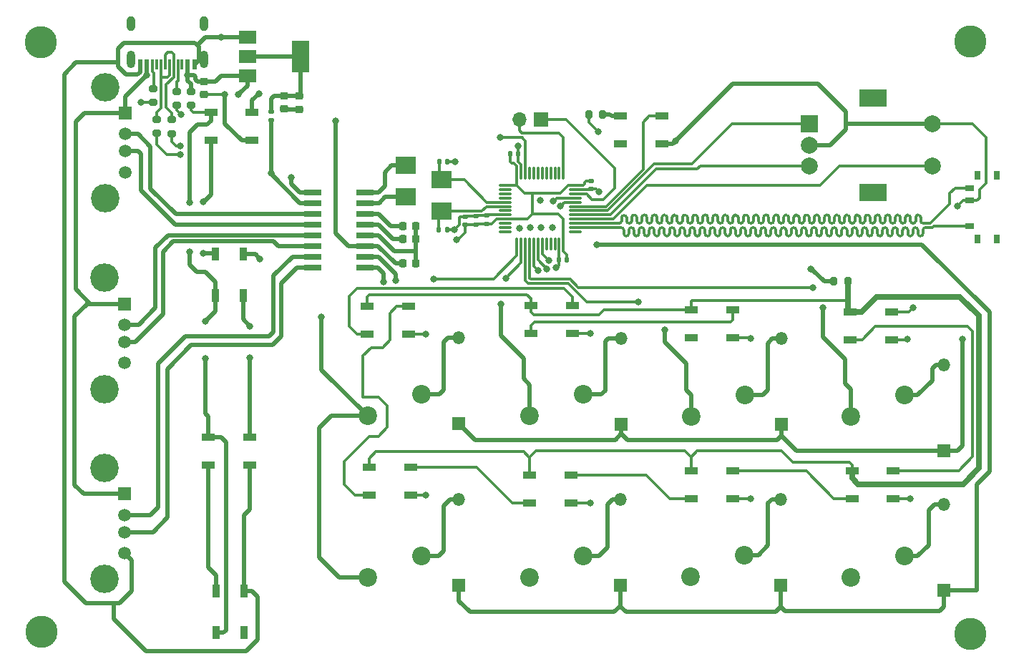
<source format=gbr>
%TF.GenerationSoftware,KiCad,Pcbnew,(6.0.10)*%
%TF.CreationDate,2023-02-08T22:59:09+05:30*%
%TF.ProjectId,macrokeypad13,6d616372-6f6b-4657-9970-616431332e6b,rev?*%
%TF.SameCoordinates,Original*%
%TF.FileFunction,Copper,L1,Top*%
%TF.FilePolarity,Positive*%
%FSLAX46Y46*%
G04 Gerber Fmt 4.6, Leading zero omitted, Abs format (unit mm)*
G04 Created by KiCad (PCBNEW (6.0.10)) date 2023-02-08 22:59:09*
%MOMM*%
%LPD*%
G01*
G04 APERTURE LIST*
G04 Aperture macros list*
%AMRoundRect*
0 Rectangle with rounded corners*
0 $1 Rounding radius*
0 $2 $3 $4 $5 $6 $7 $8 $9 X,Y pos of 4 corners*
0 Add a 4 corners polygon primitive as box body*
4,1,4,$2,$3,$4,$5,$6,$7,$8,$9,$2,$3,0*
0 Add four circle primitives for the rounded corners*
1,1,$1+$1,$2,$3*
1,1,$1+$1,$4,$5*
1,1,$1+$1,$6,$7*
1,1,$1+$1,$8,$9*
0 Add four rect primitives between the rounded corners*
20,1,$1+$1,$2,$3,$4,$5,0*
20,1,$1+$1,$4,$5,$6,$7,0*
20,1,$1+$1,$6,$7,$8,$9,0*
20,1,$1+$1,$8,$9,$2,$3,0*%
G04 Aperture macros list end*
%TA.AperFunction,SMDPad,CuDef*%
%ADD10RoundRect,0.200000X0.275000X-0.200000X0.275000X0.200000X-0.275000X0.200000X-0.275000X-0.200000X0*%
%TD*%
%TA.AperFunction,SMDPad,CuDef*%
%ADD11R,1.500000X0.900000*%
%TD*%
%TA.AperFunction,ComponentPad*%
%ADD12C,2.200000*%
%TD*%
%TA.AperFunction,SMDPad,CuDef*%
%ADD13RoundRect,0.200000X-0.200000X-0.275000X0.200000X-0.275000X0.200000X0.275000X-0.200000X0.275000X0*%
%TD*%
%TA.AperFunction,SMDPad,CuDef*%
%ADD14RoundRect,0.075000X-0.662500X-0.075000X0.662500X-0.075000X0.662500X0.075000X-0.662500X0.075000X0*%
%TD*%
%TA.AperFunction,SMDPad,CuDef*%
%ADD15RoundRect,0.075000X-0.075000X-0.662500X0.075000X-0.662500X0.075000X0.662500X-0.075000X0.662500X0*%
%TD*%
%TA.AperFunction,SMDPad,CuDef*%
%ADD16R,1.100000X0.700000*%
%TD*%
%TA.AperFunction,SMDPad,CuDef*%
%ADD17R,0.800000X1.000000*%
%TD*%
%TA.AperFunction,ComponentPad*%
%ADD18R,1.500000X1.500000*%
%TD*%
%TA.AperFunction,ComponentPad*%
%ADD19O,1.500000X1.500000*%
%TD*%
%TA.AperFunction,SMDPad,CuDef*%
%ADD20RoundRect,0.140000X-0.140000X-0.170000X0.140000X-0.170000X0.140000X0.170000X-0.140000X0.170000X0*%
%TD*%
%TA.AperFunction,SMDPad,CuDef*%
%ADD21R,0.900000X1.500000*%
%TD*%
%TA.AperFunction,ComponentPad*%
%ADD22C,2.600000*%
%TD*%
%TA.AperFunction,ConnectorPad*%
%ADD23C,3.800000*%
%TD*%
%TA.AperFunction,SMDPad,CuDef*%
%ADD24RoundRect,0.225000X-0.225000X-0.250000X0.225000X-0.250000X0.225000X0.250000X-0.225000X0.250000X0*%
%TD*%
%TA.AperFunction,ComponentPad*%
%ADD25R,1.508000X1.508000*%
%TD*%
%TA.AperFunction,ComponentPad*%
%ADD26C,1.508000*%
%TD*%
%TA.AperFunction,ComponentPad*%
%ADD27C,3.366000*%
%TD*%
%TA.AperFunction,SMDPad,CuDef*%
%ADD28R,2.400000X2.000000*%
%TD*%
%TA.AperFunction,SMDPad,CuDef*%
%ADD29R,0.600000X1.240000*%
%TD*%
%TA.AperFunction,SMDPad,CuDef*%
%ADD30R,0.300000X1.240000*%
%TD*%
%TA.AperFunction,ComponentPad*%
%ADD31O,1.000000X2.100000*%
%TD*%
%TA.AperFunction,ComponentPad*%
%ADD32O,1.000000X1.800000*%
%TD*%
%TA.AperFunction,SMDPad,CuDef*%
%ADD33RoundRect,0.225000X-0.250000X0.225000X-0.250000X-0.225000X0.250000X-0.225000X0.250000X0.225000X0*%
%TD*%
%TA.AperFunction,SMDPad,CuDef*%
%ADD34RoundRect,0.140000X0.140000X0.170000X-0.140000X0.170000X-0.140000X-0.170000X0.140000X-0.170000X0*%
%TD*%
%TA.AperFunction,ComponentPad*%
%ADD35R,2.000000X2.000000*%
%TD*%
%TA.AperFunction,ComponentPad*%
%ADD36C,2.000000*%
%TD*%
%TA.AperFunction,ComponentPad*%
%ADD37R,3.200000X2.000000*%
%TD*%
%TA.AperFunction,SMDPad,CuDef*%
%ADD38RoundRect,0.140000X-0.170000X0.140000X-0.170000X-0.140000X0.170000X-0.140000X0.170000X0.140000X0*%
%TD*%
%TA.AperFunction,SMDPad,CuDef*%
%ADD39RoundRect,0.140000X0.170000X-0.140000X0.170000X0.140000X-0.170000X0.140000X-0.170000X-0.140000X0*%
%TD*%
%TA.AperFunction,SMDPad,CuDef*%
%ADD40RoundRect,0.200000X-0.275000X0.200000X-0.275000X-0.200000X0.275000X-0.200000X0.275000X0.200000X0*%
%TD*%
%TA.AperFunction,ComponentPad*%
%ADD41R,1.700000X1.700000*%
%TD*%
%TA.AperFunction,ComponentPad*%
%ADD42O,1.700000X1.700000*%
%TD*%
%TA.AperFunction,SMDPad,CuDef*%
%ADD43RoundRect,0.135000X-0.185000X0.135000X-0.185000X-0.135000X0.185000X-0.135000X0.185000X0.135000X0*%
%TD*%
%TA.AperFunction,SMDPad,CuDef*%
%ADD44R,2.000000X1.500000*%
%TD*%
%TA.AperFunction,SMDPad,CuDef*%
%ADD45R,2.000000X3.800000*%
%TD*%
%TA.AperFunction,SMDPad,CuDef*%
%ADD46R,2.032000X0.660400*%
%TD*%
%TA.AperFunction,ViaPad*%
%ADD47C,0.800000*%
%TD*%
%TA.AperFunction,Conductor*%
%ADD48C,0.300000*%
%TD*%
%TA.AperFunction,Conductor*%
%ADD49C,0.500000*%
%TD*%
%TA.AperFunction,Conductor*%
%ADD50C,0.700000*%
%TD*%
G04 APERTURE END LIST*
D10*
%TO.P,R4,1*%
%TO.N,/usb d-*%
X46040000Y-38125000D03*
%TO.P,R4,2*%
%TO.N,Net-(J1-PadA7)*%
X46040000Y-36475000D03*
%TD*%
D11*
%TO.P,D4,1,VDD*%
%TO.N,Net-(D1-Pad1)*%
X126540000Y-78010000D03*
%TO.P,D4,2,DOUT*%
%TO.N,Net-(D4-Pad2)*%
X126540000Y-81310000D03*
%TO.P,D4,3,VSS*%
%TO.N,GND*%
X131440000Y-81310000D03*
%TO.P,D4,4,DIN*%
%TO.N,Net-(D1-Pad2)*%
X131440000Y-78010000D03*
%TD*%
D12*
%TO.P,K2,1,1*%
%TO.N,/col4*%
X69230000Y-90660000D03*
%TO.P,K2,2,2*%
%TO.N,Net-(D3-Pad2)*%
X75580000Y-88120000D03*
%TD*%
%TO.P,K4,1,1*%
%TO.N,/col3*%
X88360000Y-90670000D03*
%TO.P,K4,2,2*%
%TO.N,Net-(D6-Pad2)*%
X94710000Y-88130000D03*
%TD*%
%TO.P,K5,1,1*%
%TO.N,/col2*%
X107490000Y-71590000D03*
%TO.P,K5,2,2*%
%TO.N,Net-(D8-Pad2)*%
X113840000Y-69050000D03*
%TD*%
D13*
%TO.P,R6,1*%
%TO.N,+5V*%
X95400000Y-35880000D03*
%TO.P,R6,2*%
%TO.N,Net-(D17-Pad1)*%
X97050000Y-35880000D03*
%TD*%
D14*
%TO.P,U2,1,VBAT*%
%TO.N,+3.3V*%
X85497500Y-44250000D03*
%TO.P,U2,2,PC13*%
%TO.N,unconnected-(U2-Pad2)*%
X85497500Y-44750000D03*
%TO.P,U2,3,PC14*%
%TO.N,unconnected-(U2-Pad3)*%
X85497500Y-45250000D03*
%TO.P,U2,4,PC15*%
%TO.N,unconnected-(U2-Pad4)*%
X85497500Y-45750000D03*
%TO.P,U2,5,PD0*%
%TO.N,/HSE_OUT*%
X85497500Y-46250000D03*
%TO.P,U2,6,PD1*%
%TO.N,/HSE_IN*%
X85497500Y-46750000D03*
%TO.P,U2,7,NRST*%
%TO.N,unconnected-(U2-Pad7)*%
X85497500Y-47250000D03*
%TO.P,U2,8,VSSA*%
%TO.N,GND*%
X85497500Y-47750000D03*
%TO.P,U2,9,VDDA*%
%TO.N,+3.3V*%
X85497500Y-48250000D03*
%TO.P,U2,10,PA0*%
%TO.N,unconnected-(U2-Pad10)*%
X85497500Y-48750000D03*
%TO.P,U2,11,PA1*%
%TO.N,unconnected-(U2-Pad11)*%
X85497500Y-49250000D03*
%TO.P,U2,12,PA2*%
%TO.N,unconnected-(U2-Pad12)*%
X85497500Y-49750000D03*
D15*
%TO.P,U2,13,PA3*%
%TO.N,/col4*%
X86910000Y-51162500D03*
%TO.P,U2,14,PA4*%
%TO.N,/col3*%
X87410000Y-51162500D03*
%TO.P,U2,15,PA5*%
%TO.N,/col2*%
X87910000Y-51162500D03*
%TO.P,U2,16,PA6*%
%TO.N,/col1*%
X88410000Y-51162500D03*
%TO.P,U2,17,PA7*%
%TO.N,/row1*%
X88910000Y-51162500D03*
%TO.P,U2,18,PB0*%
%TO.N,/row2*%
X89410000Y-51162500D03*
%TO.P,U2,19,PB1*%
%TO.N,/LED*%
X89910000Y-51162500D03*
%TO.P,U2,20,PB2*%
%TO.N,unconnected-(U2-Pad20)*%
X90410000Y-51162500D03*
%TO.P,U2,21,PB10*%
%TO.N,unconnected-(U2-Pad21)*%
X90910000Y-51162500D03*
%TO.P,U2,22,PB11*%
%TO.N,unconnected-(U2-Pad22)*%
X91410000Y-51162500D03*
%TO.P,U2,23,VSS*%
%TO.N,GND*%
X91910000Y-51162500D03*
%TO.P,U2,24,VDD*%
%TO.N,+3.3V*%
X92410000Y-51162500D03*
D14*
%TO.P,U2,25,PB12*%
%TO.N,unconnected-(U2-Pad25)*%
X93822500Y-49750000D03*
%TO.P,U2,26,PB13*%
%TO.N,/slide1*%
X93822500Y-49250000D03*
%TO.P,U2,27,PB14*%
%TO.N,/slide2*%
X93822500Y-48750000D03*
%TO.P,U2,28,PB15*%
%TO.N,/switch c*%
X93822500Y-48250000D03*
%TO.P,U2,29,PA8*%
%TO.N,/b connect*%
X93822500Y-47750000D03*
%TO.P,U2,30,PA9*%
%TO.N,/a connect*%
X93822500Y-47250000D03*
%TO.P,U2,31,PA10*%
%TO.N,Net-(D17-Pad4)*%
X93822500Y-46750000D03*
%TO.P,U2,32,PA11*%
%TO.N,/dm4*%
X93822500Y-46250000D03*
%TO.P,U2,33,PA12*%
%TO.N,/dp4*%
X93822500Y-45750000D03*
%TO.P,U2,34,PA13*%
%TO.N,Net-(J2-Pad1)*%
X93822500Y-45250000D03*
%TO.P,U2,35,VSS*%
%TO.N,GND*%
X93822500Y-44750000D03*
%TO.P,U2,36,VDD*%
%TO.N,+3.3V*%
X93822500Y-44250000D03*
D15*
%TO.P,U2,37,PA14*%
%TO.N,Net-(J2-Pad2)*%
X92410000Y-42837500D03*
%TO.P,U2,38,PA15*%
%TO.N,unconnected-(U2-Pad38)*%
X91910000Y-42837500D03*
%TO.P,U2,39,PB3*%
%TO.N,unconnected-(U2-Pad39)*%
X91410000Y-42837500D03*
%TO.P,U2,40,PB4*%
%TO.N,unconnected-(U2-Pad40)*%
X90910000Y-42837500D03*
%TO.P,U2,41,PB5*%
%TO.N,unconnected-(U2-Pad41)*%
X90410000Y-42837500D03*
%TO.P,U2,42,PB6*%
%TO.N,unconnected-(U2-Pad42)*%
X89910000Y-42837500D03*
%TO.P,U2,43,PB7*%
%TO.N,unconnected-(U2-Pad43)*%
X89410000Y-42837500D03*
%TO.P,U2,44,BOOT0*%
%TO.N,unconnected-(U2-Pad44)*%
X88910000Y-42837500D03*
%TO.P,U2,45,PB8*%
%TO.N,unconnected-(U2-Pad45)*%
X88410000Y-42837500D03*
%TO.P,U2,46,PB9*%
%TO.N,LED4*%
X87910000Y-42837500D03*
%TO.P,U2,47,VSS*%
%TO.N,GND*%
X87410000Y-42837500D03*
%TO.P,U2,48,VDD*%
%TO.N,+3.3V*%
X86910000Y-42837500D03*
%TD*%
D12*
%TO.P,K1,1,1*%
%TO.N,/col4*%
X69220000Y-71530000D03*
%TO.P,K1,2,2*%
%TO.N,Net-(D2-Pad2)*%
X75570000Y-68990000D03*
%TD*%
D16*
%TO.P,S1,1*%
%TO.N,/slide1*%
X140470000Y-49060000D03*
%TO.P,S1,2*%
%TO.N,GND*%
X140470000Y-46060000D03*
%TO.P,S1,3*%
%TO.N,/slide2*%
X140470000Y-44560000D03*
D17*
%TO.P,S1,G1*%
%TO.N,N/C*%
X141370000Y-50560000D03*
%TO.P,S1,G2*%
X141370000Y-43060000D03*
%TO.P,S1,G3*%
X143670000Y-50560000D03*
%TO.P,S1,G4*%
X143670000Y-43060000D03*
%TD*%
D11*
%TO.P,D14,1,VDD*%
%TO.N,Net-(D1-Pad1)*%
X69180000Y-58590000D03*
%TO.P,D14,2,DOUT*%
%TO.N,Net-(D14-Pad2)*%
X69180000Y-61890000D03*
%TO.P,D14,3,VSS*%
%TO.N,GND*%
X74080000Y-61890000D03*
%TO.P,D14,4,DIN*%
%TO.N,Net-(D13-Pad2)*%
X74080000Y-58590000D03*
%TD*%
D18*
%TO.P,D2,1,K*%
%TO.N,/row1*%
X80050000Y-72480000D03*
D19*
%TO.P,D2,2,A*%
%TO.N,Net-(D2-Pad2)*%
X80050000Y-62320000D03*
%TD*%
D20*
%TO.P,C6,1*%
%TO.N,/HSE_IN*%
X77680000Y-49510000D03*
%TO.P,C6,2*%
%TO.N,GND*%
X78640000Y-49510000D03*
%TD*%
D11*
%TO.P,D13,1,VDD*%
%TO.N,Net-(D1-Pad1)*%
X69400000Y-77640000D03*
%TO.P,D13,2,DOUT*%
%TO.N,Net-(D13-Pad2)*%
X69400000Y-80940000D03*
%TO.P,D13,3,VSS*%
%TO.N,GND*%
X74300000Y-80940000D03*
%TO.P,D13,4,DIN*%
%TO.N,Net-(D10-Pad2)*%
X74300000Y-77640000D03*
%TD*%
D10*
%TO.P,R2,1*%
%TO.N,GND*%
X46670000Y-34805000D03*
%TO.P,R2,2*%
%TO.N,Net-(J1-PadA5)*%
X46670000Y-33155000D03*
%TD*%
D21*
%TO.P,D21,1,VDD*%
%TO.N,Net-(D18-Pad1)*%
X51340000Y-97190000D03*
%TO.P,D21,2,DOUT*%
%TO.N,unconnected-(D21-Pad2)*%
X54640000Y-97190000D03*
%TO.P,D21,3,VSS*%
%TO.N,GND*%
X54640000Y-92290000D03*
%TO.P,D21,4,DIN*%
%TO.N,Net-(D20-Pad2)*%
X51340000Y-92290000D03*
%TD*%
D22*
%TO.P,H4,1*%
%TO.N,N/C*%
X30630000Y-97110000D03*
D23*
X30630000Y-97110000D03*
%TD*%
D24*
%TO.P,C14,1*%
%TO.N,+5V*%
X73417606Y-53518870D03*
%TO.P,C14,2*%
%TO.N,GND*%
X74967606Y-53518870D03*
%TD*%
D13*
%TO.P,R1,1*%
%TO.N,+5V*%
X124420000Y-55630000D03*
%TO.P,R1,2*%
%TO.N,Net-(D1-Pad1)*%
X126070000Y-55630000D03*
%TD*%
D12*
%TO.P,K6,1,1*%
%TO.N,/col2*%
X107450000Y-90580000D03*
%TO.P,K6,2,2*%
%TO.N,Net-(D9-Pad2)*%
X113800000Y-88040000D03*
%TD*%
D25*
%TO.P,J4,1,VBUS*%
%TO.N,+5V*%
X40490000Y-58270000D03*
D26*
%TO.P,J4,2,D-*%
%TO.N,Net-(J4-Pad2)*%
X40490000Y-60770000D03*
%TO.P,J4,3,D+*%
%TO.N,Net-(J4-Pad3)*%
X40490000Y-62770000D03*
%TO.P,J4,4,GND*%
%TO.N,GND*%
X40490000Y-65270000D03*
D27*
%TO.P,J4,SH1,SHIELD*%
X38090000Y-55200000D03*
%TO.P,J4,SH2,SHIELD*%
X38090000Y-68340000D03*
%TD*%
D28*
%TO.P,Y1,1,1*%
%TO.N,/HSE_OUT*%
X77950000Y-43590000D03*
%TO.P,Y1,2,2*%
%TO.N,/HSE_IN*%
X77950000Y-47290000D03*
%TD*%
D11*
%TO.P,D20,1,VDD*%
%TO.N,Net-(D18-Pad1)*%
X50390000Y-74060000D03*
%TO.P,D20,2,DOUT*%
%TO.N,Net-(D20-Pad2)*%
X50390000Y-77360000D03*
%TO.P,D20,3,VSS*%
%TO.N,GND*%
X55290000Y-77360000D03*
%TO.P,D20,4,DIN*%
%TO.N,Net-(D19-Pad2)*%
X55290000Y-74060000D03*
%TD*%
D29*
%TO.P,J1,A1,GND*%
%TO.N,GND*%
X48736814Y-29910469D03*
%TO.P,J1,A4,VBUS*%
%TO.N,+5V*%
X47936814Y-29910469D03*
D30*
%TO.P,J1,A5,CC1*%
%TO.N,Net-(J1-PadA5)*%
X46786814Y-29910469D03*
%TO.P,J1,A6,D+*%
%TO.N,Net-(J1-PadA6)*%
X45786814Y-29910469D03*
%TO.P,J1,A7,D-*%
%TO.N,Net-(J1-PadA7)*%
X45286814Y-29910469D03*
%TO.P,J1,A8,SBU1*%
%TO.N,unconnected-(J1-PadA8)*%
X44286814Y-29910469D03*
D29*
%TO.P,J1,A9,VBUS*%
%TO.N,+5V*%
X43136814Y-29910469D03*
%TO.P,J1,A12,GND*%
%TO.N,GND*%
X42336814Y-29910469D03*
%TO.P,J1,B1,GND*%
X42336814Y-29910469D03*
%TO.P,J1,B4,VBUS*%
%TO.N,+5V*%
X43136814Y-29910469D03*
D30*
%TO.P,J1,B5,CC2*%
%TO.N,Net-(J1-PadB5)*%
X43786814Y-29910469D03*
%TO.P,J1,B6,D+*%
%TO.N,Net-(J1-PadA6)*%
X44786814Y-29910469D03*
%TO.P,J1,B7,D-*%
%TO.N,Net-(J1-PadA7)*%
X46286814Y-29910469D03*
%TO.P,J1,B8,SBU2*%
%TO.N,unconnected-(J1-PadB8)*%
X47286814Y-29910469D03*
D29*
%TO.P,J1,B9,VBUS*%
%TO.N,+5V*%
X47936814Y-29910469D03*
%TO.P,J1,B12,GND*%
%TO.N,GND*%
X48736814Y-29910469D03*
D31*
%TO.P,J1,S1,SHIELD*%
X49856814Y-29310469D03*
X41216814Y-29310469D03*
D32*
X49856814Y-25110469D03*
X41216814Y-25110469D03*
%TD*%
D33*
%TO.P,C3,1*%
%TO.N,+3.3V*%
X61170000Y-33685000D03*
%TO.P,C3,2*%
%TO.N,GND*%
X61170000Y-35235000D03*
%TD*%
%TO.P,C1,1*%
%TO.N,+5V*%
X49870000Y-31955000D03*
%TO.P,C1,2*%
%TO.N,GND*%
X49870000Y-33505000D03*
%TD*%
D34*
%TO.P,C7,1*%
%TO.N,+3.3V*%
X92830000Y-53030000D03*
%TO.P,C7,2*%
%TO.N,GND*%
X91870000Y-53030000D03*
%TD*%
D18*
%TO.P,D9,1,K*%
%TO.N,/row2*%
X118140000Y-91580000D03*
D19*
%TO.P,D9,2,A*%
%TO.N,Net-(D9-Pad2)*%
X118140000Y-81420000D03*
%TD*%
D10*
%TO.P,R5,1*%
%TO.N,/usb d+*%
X44300000Y-38095000D03*
%TO.P,R5,2*%
%TO.N,Net-(J1-PadA6)*%
X44300000Y-36445000D03*
%TD*%
D22*
%TO.P,H2,1*%
%TO.N,N/C*%
X140590000Y-27220000D03*
D23*
X140590000Y-27220000D03*
%TD*%
D35*
%TO.P,SW1,A,A*%
%TO.N,/a connect*%
X121541649Y-36985634D03*
D36*
%TO.P,SW1,B,B*%
%TO.N,/b connect*%
X121541649Y-41985634D03*
%TO.P,SW1,C,C*%
%TO.N,GND*%
X121541649Y-39485634D03*
D37*
%TO.P,SW1,MP*%
%TO.N,N/C*%
X129041649Y-45085634D03*
X129041649Y-33885634D03*
D36*
%TO.P,SW1,S1,S1*%
%TO.N,/switch c*%
X136041649Y-41985634D03*
%TO.P,SW1,S2,S2*%
%TO.N,GND*%
X136041649Y-36985634D03*
%TD*%
D38*
%TO.P,C9,1*%
%TO.N,+3.3V*%
X95670000Y-43750000D03*
%TO.P,C9,2*%
%TO.N,GND*%
X95670000Y-44710000D03*
%TD*%
D18*
%TO.P,D12,1,K*%
%TO.N,/row2*%
X137380000Y-92170000D03*
D19*
%TO.P,D12,2,A*%
%TO.N,Net-(D12-Pad2)*%
X137380000Y-82010000D03*
%TD*%
D12*
%TO.P,K3,1,1*%
%TO.N,/col3*%
X88380000Y-71550000D03*
%TO.P,K3,2,2*%
%TO.N,Net-(D5-Pad2)*%
X94730000Y-69010000D03*
%TD*%
%TO.P,K7,1,1*%
%TO.N,/col1*%
X126450000Y-71620000D03*
%TO.P,K7,2,2*%
%TO.N,Net-(D11-Pad2)*%
X132800000Y-69080000D03*
%TD*%
D39*
%TO.P,C10,1*%
%TO.N,+3.3V*%
X82070000Y-48890000D03*
%TO.P,C10,2*%
%TO.N,GND*%
X82070000Y-47930000D03*
%TD*%
D23*
%TO.P,H3,1*%
%TO.N,N/C*%
X140510000Y-97310000D03*
D22*
X140510000Y-97310000D03*
%TD*%
D40*
%TO.P,R8,1*%
%TO.N,+5V*%
X48330000Y-33125000D03*
%TO.P,R8,2*%
%TO.N,Net-(D18-Pad1)*%
X48330000Y-34775000D03*
%TD*%
D41*
%TO.P,J2,1,Pin_1*%
%TO.N,Net-(J2-Pad1)*%
X89720000Y-36445000D03*
D42*
%TO.P,J2,2,Pin_2*%
%TO.N,Net-(J2-Pad2)*%
X87180000Y-36445000D03*
%TD*%
D21*
%TO.P,D19,1,VDD*%
%TO.N,Net-(D18-Pad1)*%
X51230000Y-57320000D03*
%TO.P,D19,2,DOUT*%
%TO.N,Net-(D19-Pad2)*%
X54530000Y-57320000D03*
%TO.P,D19,3,VSS*%
%TO.N,GND*%
X54530000Y-52420000D03*
%TO.P,D19,4,DIN*%
%TO.N,Net-(D18-Pad2)*%
X51230000Y-52420000D03*
%TD*%
D28*
%TO.P,Y2,1,1*%
%TO.N,Net-(U3-Pad16)*%
X73722606Y-41918870D03*
%TO.P,Y2,2,2*%
%TO.N,Net-(U3-Pad15)*%
X73722606Y-45618870D03*
%TD*%
D33*
%TO.P,C2,1*%
%TO.N,+3.3V*%
X59320000Y-33655000D03*
%TO.P,C2,2*%
%TO.N,GND*%
X59320000Y-35205000D03*
%TD*%
D11*
%TO.P,D7,1,VDD*%
%TO.N,Net-(D1-Pad1)*%
X107520000Y-78040000D03*
%TO.P,D7,2,DOUT*%
%TO.N,Net-(D10-Pad4)*%
X107520000Y-81340000D03*
%TO.P,D7,3,VSS*%
%TO.N,GND*%
X112420000Y-81340000D03*
%TO.P,D7,4,DIN*%
%TO.N,Net-(D4-Pad2)*%
X112420000Y-78040000D03*
%TD*%
%TO.P,D1,1,VDD*%
%TO.N,Net-(D1-Pad1)*%
X126360000Y-59200000D03*
%TO.P,D1,2,DOUT*%
%TO.N,Net-(D1-Pad2)*%
X126360000Y-62500000D03*
%TO.P,D1,3,VSS*%
%TO.N,GND*%
X131260000Y-62500000D03*
%TO.P,D1,4,DIN*%
%TO.N,/LED*%
X131260000Y-59200000D03*
%TD*%
D20*
%TO.P,C4,1*%
%TO.N,/HSE_OUT*%
X77710000Y-41480000D03*
%TO.P,C4,2*%
%TO.N,GND*%
X78670000Y-41480000D03*
%TD*%
D24*
%TO.P,C13,1*%
%TO.N,Net-(C13-Pad1)*%
X73407606Y-49058870D03*
%TO.P,C13,2*%
%TO.N,GND*%
X74957606Y-49058870D03*
%TD*%
D39*
%TO.P,C11,1*%
%TO.N,+3.3V*%
X80810000Y-48910000D03*
%TO.P,C11,2*%
%TO.N,GND*%
X80810000Y-47950000D03*
%TD*%
D20*
%TO.P,C5,1*%
%TO.N,+3.3V*%
X86110000Y-40540000D03*
%TO.P,C5,2*%
%TO.N,GND*%
X87070000Y-40540000D03*
%TD*%
D11*
%TO.P,D10,1,VDD*%
%TO.N,Net-(D1-Pad1)*%
X88380000Y-78570000D03*
%TO.P,D10,2,DOUT*%
%TO.N,Net-(D10-Pad2)*%
X88380000Y-81870000D03*
%TO.P,D10,3,VSS*%
%TO.N,GND*%
X93280000Y-81870000D03*
%TO.P,D10,4,DIN*%
%TO.N,Net-(D10-Pad4)*%
X93280000Y-78570000D03*
%TD*%
%TO.P,D18,1,VDD*%
%TO.N,Net-(D18-Pad1)*%
X50680000Y-35650000D03*
%TO.P,D18,2,DOUT*%
%TO.N,Net-(D18-Pad2)*%
X50680000Y-38950000D03*
%TO.P,D18,3,VSS*%
%TO.N,GND*%
X55580000Y-38950000D03*
%TO.P,D18,4,DIN*%
%TO.N,LED4*%
X55580000Y-35650000D03*
%TD*%
D18*
%TO.P,D3,1,K*%
%TO.N,/row2*%
X80050000Y-91560000D03*
D19*
%TO.P,D3,2,A*%
%TO.N,Net-(D3-Pad2)*%
X80050000Y-81400000D03*
%TD*%
D11*
%TO.P,D15,1,VDD*%
%TO.N,Net-(D1-Pad1)*%
X88550000Y-58450000D03*
%TO.P,D15,2,DOUT*%
%TO.N,Net-(D15-Pad2)*%
X88550000Y-61750000D03*
%TO.P,D15,3,VSS*%
%TO.N,GND*%
X93450000Y-61750000D03*
%TO.P,D15,4,DIN*%
%TO.N,Net-(D14-Pad2)*%
X93450000Y-58450000D03*
%TD*%
D39*
%TO.P,C8,1*%
%TO.N,+3.3V*%
X83310000Y-48790000D03*
%TO.P,C8,2*%
%TO.N,GND*%
X83310000Y-47830000D03*
%TD*%
D18*
%TO.P,D8,1,K*%
%TO.N,/row1*%
X118240000Y-72570000D03*
D19*
%TO.P,D8,2,A*%
%TO.N,Net-(D8-Pad2)*%
X118240000Y-62410000D03*
%TD*%
D25*
%TO.P,J3,1,VBUS*%
%TO.N,+5V*%
X40550000Y-35690000D03*
D26*
%TO.P,J3,2,D-*%
%TO.N,Net-(J3-Pad2)*%
X40550000Y-38190000D03*
%TO.P,J3,3,D+*%
%TO.N,Net-(J3-Pad3)*%
X40550000Y-40190000D03*
%TO.P,J3,4,GND*%
%TO.N,GND*%
X40550000Y-42690000D03*
D27*
%TO.P,J3,SH1,SHIELD*%
X38150000Y-32620000D03*
%TO.P,J3,SH2,SHIELD*%
X38150000Y-45760000D03*
%TD*%
D22*
%TO.P,H1,1*%
%TO.N,N/C*%
X30530000Y-27320000D03*
D23*
X30530000Y-27320000D03*
%TD*%
D12*
%TO.P,K8,1,1*%
%TO.N,/col1*%
X126380000Y-90670000D03*
%TO.P,K8,2,2*%
%TO.N,Net-(D12-Pad2)*%
X132730000Y-88130000D03*
%TD*%
D24*
%TO.P,C12,1*%
%TO.N,Net-(C12-Pad1)*%
X73417606Y-50618870D03*
%TO.P,C12,2*%
%TO.N,GND*%
X74967606Y-50618870D03*
%TD*%
D18*
%TO.P,D11,1,K*%
%TO.N,/row1*%
X137420000Y-75650000D03*
D19*
%TO.P,D11,2,A*%
%TO.N,Net-(D11-Pad2)*%
X137420000Y-65490000D03*
%TD*%
D18*
%TO.P,D6,1,K*%
%TO.N,/row2*%
X99170000Y-91570000D03*
D19*
%TO.P,D6,2,A*%
%TO.N,Net-(D6-Pad2)*%
X99170000Y-81410000D03*
%TD*%
D11*
%TO.P,D16,1,VDD*%
%TO.N,Net-(D1-Pad1)*%
X107530000Y-59020000D03*
%TO.P,D16,2,DOUT*%
%TO.N,unconnected-(D16-Pad2)*%
X107530000Y-62320000D03*
%TO.P,D16,3,VSS*%
%TO.N,GND*%
X112430000Y-62320000D03*
%TO.P,D16,4,DIN*%
%TO.N,Net-(D15-Pad2)*%
X112430000Y-59020000D03*
%TD*%
D43*
%TO.P,R7,1*%
%TO.N,+3.3V*%
X57810000Y-35560000D03*
%TO.P,R7,2*%
%TO.N,/dp4*%
X57810000Y-36580000D03*
%TD*%
D44*
%TO.P,U1,1,GND*%
%TO.N,GND*%
X55020000Y-26720000D03*
%TO.P,U1,2,VO*%
%TO.N,+3.3V*%
X55020000Y-29020000D03*
D45*
X61320000Y-29020000D03*
D44*
%TO.P,U1,3,VI*%
%TO.N,+5V*%
X55020000Y-31320000D03*
%TD*%
D18*
%TO.P,D5,1,K*%
%TO.N,/row1*%
X99260000Y-72520000D03*
D19*
%TO.P,D5,2,A*%
%TO.N,Net-(D5-Pad2)*%
X99260000Y-62360000D03*
%TD*%
D46*
%TO.P,U3,1,DM4*%
%TO.N,/dm4*%
X62766600Y-45075000D03*
%TO.P,U3,2,DP4*%
%TO.N,/dp4*%
X62766600Y-46345000D03*
%TO.P,U3,3,DM3*%
%TO.N,Net-(J3-Pad2)*%
X62766600Y-47615000D03*
%TO.P,U3,4,DP3*%
%TO.N,Net-(J3-Pad3)*%
X62766600Y-48885000D03*
%TO.P,U3,5,DM2*%
%TO.N,Net-(J4-Pad2)*%
X62766600Y-50155000D03*
%TO.P,U3,6,DP2*%
%TO.N,Net-(J4-Pad3)*%
X62766600Y-51425000D03*
%TO.P,U3,7,DM1*%
%TO.N,Net-(J5-Pad2)*%
X62766600Y-52695000D03*
%TO.P,U3,8,DP1*%
%TO.N,Net-(J5-Pad3)*%
X62766600Y-53965000D03*
%TO.P,U3,9,DM*%
%TO.N,/usb d-*%
X68913400Y-53965000D03*
%TO.P,U3,10,DP*%
%TO.N,/usb d+*%
X68913400Y-52695000D03*
%TO.P,U3,11,VDD5*%
%TO.N,+5V*%
X68913400Y-51425000D03*
%TO.P,U3,12,GND*%
%TO.N,GND*%
X68913400Y-50155000D03*
%TO.P,U3,13,VDD33*%
%TO.N,Net-(C12-Pad1)*%
X68913400Y-48885000D03*
%TO.P,U3,14,VDD18*%
%TO.N,Net-(C13-Pad1)*%
X68913400Y-47615000D03*
%TO.P,U3,15,XOUT*%
%TO.N,Net-(U3-Pad15)*%
X68913400Y-46345000D03*
%TO.P,U3,16,XIN*%
%TO.N,Net-(U3-Pad16)*%
X68913400Y-45075000D03*
%TD*%
D10*
%TO.P,R3,1*%
%TO.N,GND*%
X43870000Y-34450000D03*
%TO.P,R3,2*%
%TO.N,Net-(J1-PadB5)*%
X43870000Y-32800000D03*
%TD*%
D25*
%TO.P,J5,1,VBUS*%
%TO.N,+5V*%
X40510000Y-80780000D03*
D26*
%TO.P,J5,2,D-*%
%TO.N,Net-(J5-Pad2)*%
X40510000Y-83280000D03*
%TO.P,J5,3,D+*%
%TO.N,Net-(J5-Pad3)*%
X40510000Y-85280000D03*
%TO.P,J5,4,GND*%
%TO.N,GND*%
X40510000Y-87780000D03*
D27*
%TO.P,J5,SH1,SHIELD*%
X38110000Y-77710000D03*
%TO.P,J5,SH2,SHIELD*%
X38110000Y-90850000D03*
%TD*%
D11*
%TO.P,D17,1,VDD*%
%TO.N,Net-(D17-Pad1)*%
X99160000Y-36080000D03*
%TO.P,D17,2,DOUT*%
%TO.N,unconnected-(D17-Pad2)*%
X99160000Y-39380000D03*
%TO.P,D17,3,VSS*%
%TO.N,GND*%
X104060000Y-39380000D03*
%TO.P,D17,4,DIN*%
%TO.N,Net-(D17-Pad4)*%
X104060000Y-36080000D03*
%TD*%
D47*
%TO.N,/LED*%
X133790000Y-58710000D03*
X90700000Y-53130000D03*
%TO.N,/row2*%
X90460000Y-54140000D03*
%TO.N,/row1*%
X89430000Y-54290000D03*
%TO.N,/row2*%
X96330000Y-51280000D03*
%TO.N,/col1*%
X121950000Y-56350000D03*
%TO.N,/col2*%
X101290000Y-58030000D03*
%TO.N,/col3*%
X85580000Y-55260000D03*
%TO.N,/col4*%
X77080000Y-55300000D03*
%TO.N,/row1*%
X139610000Y-62490000D03*
%TO.N,/col1*%
X123150000Y-58700000D03*
%TO.N,/col2*%
X104380000Y-61340000D03*
%TO.N,/col3*%
X85010000Y-58320000D03*
%TO.N,/col4*%
X63760000Y-59820000D03*
%TO.N,GND*%
X114570000Y-62330000D03*
X95600000Y-61750000D03*
X76130000Y-61870000D03*
X76160000Y-80930000D03*
X95560000Y-81830000D03*
X114600000Y-81360000D03*
X133400000Y-81320000D03*
X133070000Y-62470000D03*
%TO.N,*%
X88440000Y-49270000D03*
X91120000Y-49270000D03*
X89720000Y-49270000D03*
X87210000Y-49290000D03*
X89670000Y-46020000D03*
%TO.N,+5V*%
X47950000Y-31220000D03*
X43130000Y-31170000D03*
X96520000Y-37890000D03*
X121700000Y-54170000D03*
X65490000Y-36620000D03*
X53950000Y-33520000D03*
%TO.N,GND*%
X52300000Y-33490000D03*
X79510000Y-49470000D03*
X56490000Y-52960000D03*
X79600000Y-41480000D03*
X42450000Y-34450000D03*
X51870000Y-26720000D03*
X87070000Y-39570000D03*
X139040000Y-46740000D03*
X96570000Y-44980000D03*
X105650000Y-39020000D03*
X47198680Y-35878143D03*
X91570000Y-54000000D03*
%TO.N,+3.3V*%
X79800000Y-50720000D03*
%TO.N,Net-(D18-Pad1)*%
X50010000Y-60370000D03*
X50010000Y-64760000D03*
X48190000Y-52130000D03*
X48210000Y-46290000D03*
%TO.N,Net-(D18-Pad2)*%
X49770000Y-46180000D03*
X49770000Y-52260000D03*
%TO.N,Net-(D19-Pad2)*%
X55330000Y-64680000D03*
X55330000Y-60900000D03*
%TO.N,/usb d-*%
X47067257Y-39604154D03*
X71150000Y-55670000D03*
%TO.N,/usb d+*%
X47078715Y-40603591D03*
X72570000Y-55470000D03*
%TO.N,/dp4*%
X57810000Y-42770000D03*
X91209285Y-46113050D03*
%TO.N,LED4*%
X56370000Y-33400000D03*
X84930000Y-38580000D03*
%TO.N,/dm4*%
X92050000Y-46740000D03*
X60180000Y-43300000D03*
%TD*%
D48*
%TO.N,/LED*%
X133300000Y-59200000D02*
X133790000Y-58710000D01*
X131260000Y-59200000D02*
X133300000Y-59200000D01*
X89910000Y-52340000D02*
X90700000Y-53130000D01*
X89910000Y-51162500D02*
X89910000Y-52340000D01*
%TO.N,/row2*%
X89410000Y-51162500D02*
X89410000Y-53090000D01*
X89410000Y-53090000D02*
X90460000Y-54140000D01*
%TO.N,/row1*%
X89400000Y-54290000D02*
X89430000Y-54290000D01*
X89250000Y-54140000D02*
X89400000Y-54290000D01*
X88910000Y-51162500D02*
X88910000Y-53800000D01*
X88910000Y-53800000D02*
X89250000Y-54140000D01*
D49*
%TO.N,/row2*%
X142810000Y-59270000D02*
X134820000Y-51280000D01*
X141330000Y-79620000D02*
X142810000Y-78140000D01*
X134820000Y-51280000D02*
X96330000Y-51280000D01*
X141330000Y-92170000D02*
X141330000Y-79620000D01*
X142810000Y-78140000D02*
X142810000Y-59270000D01*
X137380000Y-92170000D02*
X141330000Y-92170000D01*
D48*
%TO.N,/col1*%
X88537700Y-55357700D02*
X93184806Y-55357700D01*
X88410000Y-55230000D02*
X88537700Y-55357700D01*
X94177106Y-56350000D02*
X121950000Y-56350000D01*
X88410000Y-51162500D02*
X88410000Y-55230000D01*
X93184806Y-55357700D02*
X94177106Y-56350000D01*
%TO.N,/col2*%
X95150000Y-58030000D02*
X101290000Y-58030000D01*
X88257188Y-55857700D02*
X92977700Y-55857700D01*
X87910000Y-55510512D02*
X88257188Y-55857700D01*
X92977700Y-55857700D02*
X95150000Y-58030000D01*
X87910000Y-51162500D02*
X87910000Y-55510512D01*
%TO.N,/col3*%
X87410000Y-53430000D02*
X85580000Y-55260000D01*
X87410000Y-51162500D02*
X87410000Y-53430000D01*
%TO.N,/col4*%
X84160000Y-55300000D02*
X77080000Y-55300000D01*
X86910000Y-52550000D02*
X84160000Y-55300000D01*
X86910000Y-51162500D02*
X86910000Y-52550000D01*
D50*
%TO.N,Net-(D1-Pad1)*%
X127720000Y-59200000D02*
X126360000Y-59200000D01*
X141600000Y-77680000D02*
X141600000Y-59700000D01*
X139680000Y-79600000D02*
X141600000Y-77680000D01*
X127220000Y-79600000D02*
X139680000Y-79600000D01*
X129500000Y-57420000D02*
X127720000Y-59200000D01*
X126540000Y-78920000D02*
X127220000Y-79600000D01*
X141600000Y-59700000D02*
X139320000Y-57420000D01*
X126540000Y-78010000D02*
X126540000Y-78920000D01*
X139320000Y-57420000D02*
X129500000Y-57420000D01*
D49*
%TO.N,/row1*%
X139610000Y-75050000D02*
X139610000Y-62490000D01*
X139010000Y-75650000D02*
X139610000Y-75050000D01*
X137420000Y-75650000D02*
X139010000Y-75650000D01*
%TO.N,/col1*%
X123150000Y-62220000D02*
X123150000Y-58700000D01*
X125770000Y-67680000D02*
X125770000Y-64840000D01*
X126450000Y-68360000D02*
X125770000Y-67680000D01*
X125770000Y-64840000D02*
X123150000Y-62220000D01*
X126450000Y-71620000D02*
X126450000Y-68360000D01*
%TO.N,/col2*%
X106900000Y-68450000D02*
X106900000Y-65300000D01*
X107490000Y-69040000D02*
X106900000Y-68450000D01*
X106900000Y-65300000D02*
X104380000Y-62780000D01*
X104380000Y-62780000D02*
X104380000Y-61340000D01*
X107490000Y-71590000D02*
X107490000Y-69040000D01*
%TO.N,/col3*%
X85010000Y-62040000D02*
X85010000Y-58320000D01*
X85770000Y-62800000D02*
X85010000Y-62040000D01*
X87690000Y-64700000D02*
X85790000Y-62800000D01*
X85790000Y-62800000D02*
X85770000Y-62800000D01*
X88380000Y-67840000D02*
X87690000Y-67150000D01*
X88380000Y-71550000D02*
X88380000Y-67840000D01*
X87690000Y-67150000D02*
X87690000Y-64700000D01*
%TO.N,/col4*%
X63760000Y-66070000D02*
X63760000Y-59820000D01*
X69220000Y-71530000D02*
X63760000Y-66070000D01*
D48*
%TO.N,GND*%
X114560000Y-62320000D02*
X114570000Y-62330000D01*
X112430000Y-62320000D02*
X114560000Y-62320000D01*
X93450000Y-61750000D02*
X95600000Y-61750000D01*
X76110000Y-61890000D02*
X76130000Y-61870000D01*
X74080000Y-61890000D02*
X76110000Y-61890000D01*
X76150000Y-80940000D02*
X76160000Y-80930000D01*
X74300000Y-80940000D02*
X76150000Y-80940000D01*
X95520000Y-81870000D02*
X95560000Y-81830000D01*
X93280000Y-81870000D02*
X95520000Y-81870000D01*
X114580000Y-81340000D02*
X114600000Y-81360000D01*
X112420000Y-81340000D02*
X114580000Y-81340000D01*
X133390000Y-81310000D02*
X133400000Y-81320000D01*
X131440000Y-81310000D02*
X133390000Y-81310000D01*
X133040000Y-62500000D02*
X133070000Y-62470000D01*
X131260000Y-62500000D02*
X133040000Y-62500000D01*
%TO.N,Net-(D1-Pad1)*%
X107640000Y-57880000D02*
X125810000Y-57880000D01*
D50*
X126070000Y-58140000D02*
X126070000Y-58910000D01*
X126070000Y-55630000D02*
X126070000Y-58140000D01*
D48*
X107530000Y-57990000D02*
X107640000Y-57880000D01*
X107530000Y-59020000D02*
X107530000Y-57990000D01*
X125810000Y-57880000D02*
X126070000Y-58140000D01*
X126210000Y-77050000D02*
X126220000Y-77040000D01*
X126220000Y-77040000D02*
X126540000Y-77360000D01*
X118170000Y-75680000D02*
X119540000Y-77050000D01*
X119540000Y-77050000D02*
X126210000Y-77050000D01*
X108250000Y-75680000D02*
X118170000Y-75680000D01*
X107520000Y-76410000D02*
X108250000Y-75680000D01*
X126540000Y-77360000D02*
X126540000Y-78010000D01*
%TO.N,Net-(D15-Pad2)*%
X112180000Y-60380000D02*
X112430000Y-60130000D01*
X88990000Y-60380000D02*
X112180000Y-60380000D01*
X112430000Y-60130000D02*
X112430000Y-59020000D01*
X88550000Y-60820000D02*
X88990000Y-60380000D01*
X88550000Y-61750000D02*
X88550000Y-60820000D01*
%TO.N,Net-(D1-Pad1)*%
X88550000Y-59240000D02*
X88550000Y-58450000D01*
X88920000Y-59610000D02*
X88550000Y-59240000D01*
X96590000Y-59610000D02*
X88920000Y-59610000D01*
X97180000Y-59020000D02*
X96590000Y-59610000D01*
X107530000Y-59020000D02*
X97180000Y-59020000D01*
%TO.N,Net-(D14-Pad2)*%
X93450000Y-57450000D02*
X93450000Y-58450000D01*
X92420000Y-56420000D02*
X93450000Y-57450000D01*
X67060000Y-57380000D02*
X68020000Y-56420000D01*
X67060000Y-60970000D02*
X67060000Y-57380000D01*
X67980000Y-61890000D02*
X67060000Y-60970000D01*
X68020000Y-56420000D02*
X92420000Y-56420000D01*
X69180000Y-61890000D02*
X67980000Y-61890000D01*
%TO.N,Net-(D1-Pad1)*%
X88550000Y-57670000D02*
X88550000Y-58450000D01*
X88070000Y-57190000D02*
X88550000Y-57670000D01*
X69460000Y-57190000D02*
X88070000Y-57190000D01*
X69180000Y-57470000D02*
X69460000Y-57190000D01*
X69180000Y-58590000D02*
X69180000Y-57470000D01*
%TO.N,Net-(D13-Pad2)*%
X72690000Y-58590000D02*
X74080000Y-58590000D01*
X71900000Y-59380000D02*
X72690000Y-58590000D01*
X71900000Y-62570000D02*
X71900000Y-59380000D01*
X71030000Y-63440000D02*
X71900000Y-62570000D01*
X69650000Y-63440000D02*
X71030000Y-63440000D01*
X68680000Y-64410000D02*
X69650000Y-63440000D01*
X68680000Y-69250000D02*
X68680000Y-64410000D01*
X68700000Y-69270000D02*
X68680000Y-69250000D01*
X70530000Y-69270000D02*
X68700000Y-69270000D01*
X71550000Y-70290000D02*
X70530000Y-69270000D01*
X71550000Y-72910000D02*
X71550000Y-70290000D01*
X70490000Y-73970000D02*
X71550000Y-72910000D01*
X69430000Y-73970000D02*
X70490000Y-73970000D01*
X66430000Y-76970000D02*
X69430000Y-73970000D01*
X66430000Y-79610000D02*
X66430000Y-76970000D01*
X67760000Y-80940000D02*
X66430000Y-79610000D01*
X69400000Y-80940000D02*
X67760000Y-80940000D01*
%TO.N,Net-(D10-Pad2)*%
X82140000Y-77640000D02*
X74300000Y-77640000D01*
X86370000Y-81870000D02*
X82140000Y-77640000D01*
X88380000Y-81870000D02*
X86370000Y-81870000D01*
%TO.N,Net-(D1-Pad1)*%
X87690000Y-75770000D02*
X70220000Y-75770000D01*
X88350000Y-76430000D02*
X87690000Y-75770000D01*
X69400000Y-76590000D02*
X69400000Y-77640000D01*
X88380000Y-76430000D02*
X88350000Y-76430000D01*
X70220000Y-75770000D02*
X69400000Y-76590000D01*
%TO.N,Net-(D10-Pad4)*%
X102200000Y-78570000D02*
X93280000Y-78570000D01*
X104970000Y-81340000D02*
X102200000Y-78570000D01*
X107520000Y-81340000D02*
X104970000Y-81340000D01*
%TO.N,Net-(D1-Pad1)*%
X88380000Y-76430000D02*
X88380000Y-78570000D01*
X89140000Y-75670000D02*
X88380000Y-76430000D01*
X106780000Y-75670000D02*
X89140000Y-75670000D01*
X107520000Y-78040000D02*
X107520000Y-76410000D01*
X107520000Y-76410000D02*
X106780000Y-75670000D01*
%TO.N,Net-(D4-Pad2)*%
X121130000Y-78040000D02*
X112420000Y-78040000D01*
X124400000Y-81310000D02*
X121130000Y-78040000D01*
X126540000Y-81310000D02*
X124400000Y-81310000D01*
%TO.N,Net-(D1-Pad2)*%
X140820000Y-61540000D02*
X140820000Y-76380000D01*
X140240000Y-60960000D02*
X140820000Y-61540000D01*
X129310000Y-60960000D02*
X140240000Y-60960000D01*
X139190000Y-78010000D02*
X131440000Y-78010000D01*
X127770000Y-62500000D02*
X129310000Y-60960000D01*
X140820000Y-76380000D02*
X139190000Y-78010000D01*
X126360000Y-62500000D02*
X127770000Y-62500000D01*
D49*
%TO.N,+5V*%
X48860000Y-31400000D02*
X48680000Y-31220000D01*
X66995000Y-51425000D02*
X65490000Y-49920000D01*
X121950000Y-54320000D02*
X121800000Y-54170000D01*
X35610000Y-80780000D02*
X40510000Y-80780000D01*
X123260000Y-55630000D02*
X121950000Y-54320000D01*
X43136814Y-29910469D02*
X43136814Y-31163186D01*
D48*
X95400000Y-36770000D02*
X96520000Y-37890000D01*
D49*
X51869599Y-31320000D02*
X55020000Y-31320000D01*
X124420000Y-55630000D02*
X123260000Y-55630000D01*
X65490000Y-49920000D02*
X65490000Y-36620000D01*
X49870000Y-31955000D02*
X49085000Y-31955000D01*
X121800000Y-54170000D02*
X121700000Y-54170000D01*
X48330000Y-32230000D02*
X48330000Y-33125000D01*
X54230000Y-33240000D02*
X53950000Y-33520000D01*
X72568870Y-53518870D02*
X73417606Y-53518870D01*
X36430000Y-58270000D02*
X36060000Y-58270000D01*
X51234599Y-31955000D02*
X51869599Y-31320000D01*
X49085000Y-31955000D02*
X48860000Y-31730000D01*
X34690000Y-36700000D02*
X34690000Y-56530000D01*
X35700000Y-35690000D02*
X34690000Y-36700000D01*
X48860000Y-31730000D02*
X48860000Y-31400000D01*
X47950000Y-31850000D02*
X48330000Y-32230000D01*
D48*
X95400000Y-35880000D02*
X95400000Y-36770000D01*
D49*
X47936814Y-29910469D02*
X47936814Y-31206814D01*
X36060000Y-58270000D02*
X34550000Y-59780000D01*
X48680000Y-31220000D02*
X47950000Y-31220000D01*
X40550000Y-33750000D02*
X40550000Y-35690000D01*
X68913400Y-51425000D02*
X70475000Y-51425000D01*
X34550000Y-59780000D02*
X34550000Y-79720000D01*
X47950000Y-31220000D02*
X47950000Y-31850000D01*
X43130000Y-31170000D02*
X40550000Y-33750000D01*
X47936814Y-31206814D02*
X47950000Y-31220000D01*
X43136814Y-31163186D02*
X43130000Y-31170000D01*
X36430000Y-58270000D02*
X40490000Y-58270000D01*
X68913400Y-51425000D02*
X66995000Y-51425000D01*
X34550000Y-79720000D02*
X35610000Y-80780000D01*
X49870000Y-31955000D02*
X51234599Y-31955000D01*
X70475000Y-51425000D02*
X72568870Y-53518870D01*
X34690000Y-56530000D02*
X36430000Y-58270000D01*
X55020000Y-31320000D02*
X55020000Y-32450000D01*
X55020000Y-32450000D02*
X54230000Y-33240000D01*
X40550000Y-35690000D02*
X35700000Y-35690000D01*
%TO.N,GND*%
X35940000Y-93710000D02*
X39240000Y-93710000D01*
X49070000Y-27660000D02*
X49840000Y-26890000D01*
X74957606Y-50608870D02*
X74967606Y-50618870D01*
X49070000Y-27660000D02*
X49251815Y-27841815D01*
X42336814Y-29910469D02*
X42336814Y-30833186D01*
D48*
X87410000Y-41760000D02*
X87070000Y-41420000D01*
D49*
X39690000Y-28040000D02*
X40360000Y-27370000D01*
X52300000Y-36930000D02*
X52300000Y-33490000D01*
X112410000Y-32230000D02*
X122530000Y-32230000D01*
D48*
X83310000Y-47830000D02*
X82170000Y-47830000D01*
D49*
X70495000Y-50155000D02*
X72420000Y-52080000D01*
X41330000Y-88600000D02*
X40510000Y-87780000D01*
D48*
X46670000Y-35349463D02*
X47198680Y-35878143D01*
D49*
X41330000Y-92270000D02*
X41330000Y-88600000D01*
X39240000Y-93710000D02*
X39890000Y-93710000D01*
X39690000Y-30220000D02*
X39690000Y-29710000D01*
X72420000Y-52080000D02*
X74920000Y-52080000D01*
X125830000Y-37060000D02*
X125830000Y-37611268D01*
X104060000Y-39380000D02*
X105290000Y-39380000D01*
X54890000Y-99350000D02*
X43040000Y-99350000D01*
X54640000Y-92290000D02*
X55540000Y-92290000D01*
X56210000Y-92960000D02*
X56210000Y-98030000D01*
X54320000Y-38950000D02*
X52300000Y-36930000D01*
D48*
X139720000Y-46060000D02*
X139040000Y-46740000D01*
D49*
X74967606Y-50618870D02*
X74967606Y-52127606D01*
D48*
X91710000Y-53860000D02*
X91570000Y-54000000D01*
X141650000Y-44770000D02*
X142410000Y-44010000D01*
D49*
X56210000Y-98030000D02*
X54890000Y-99350000D01*
X61170000Y-35235000D02*
X59350000Y-35235000D01*
X54530000Y-52420000D02*
X55950000Y-52420000D01*
X49840000Y-26890000D02*
X49860000Y-26890000D01*
X123955634Y-39485634D02*
X121541649Y-39485634D01*
X39890000Y-93710000D02*
X41330000Y-92270000D01*
X49251815Y-28938185D02*
X49251815Y-29395468D01*
X55540000Y-92290000D02*
X56210000Y-92960000D01*
X50030000Y-26720000D02*
X51870000Y-26720000D01*
D48*
X87080000Y-40550000D02*
X87070000Y-40540000D01*
X78640000Y-49510000D02*
X79470000Y-49510000D01*
D49*
X122530000Y-32230000D02*
X125830000Y-35530000D01*
X55580000Y-38950000D02*
X54320000Y-38950000D01*
D48*
X140470000Y-46060000D02*
X141340000Y-46060000D01*
X96300000Y-44710000D02*
X96570000Y-44980000D01*
X80830000Y-47930000D02*
X80810000Y-47950000D01*
X87070000Y-41420000D02*
X87070000Y-40540000D01*
D49*
X74967606Y-52127606D02*
X74967606Y-53518870D01*
X40620000Y-31150000D02*
X39690000Y-30220000D01*
X40360000Y-27370000D02*
X48780000Y-27370000D01*
X49484530Y-28938185D02*
X49856814Y-29310469D01*
X74957606Y-49058870D02*
X74957606Y-50608870D01*
D48*
X46670000Y-34805000D02*
X46670000Y-35349463D01*
X91910000Y-52990000D02*
X91870000Y-53030000D01*
D49*
X49860000Y-26890000D02*
X50030000Y-26720000D01*
X74920000Y-52080000D02*
X74967606Y-52127606D01*
D48*
X95670000Y-44710000D02*
X96300000Y-44710000D01*
D49*
X39240000Y-95550000D02*
X39240000Y-93710000D01*
D48*
X79470000Y-49510000D02*
X79510000Y-49470000D01*
D49*
X39690000Y-29710000D02*
X39690000Y-28040000D01*
D48*
X42640000Y-34450000D02*
X42450000Y-34450000D01*
X142410000Y-38610000D02*
X140785634Y-36985634D01*
X87410000Y-42837500D02*
X87410000Y-41760000D01*
X80100000Y-48880000D02*
X80100000Y-48060000D01*
D49*
X125904366Y-36985634D02*
X136041649Y-36985634D01*
X34760000Y-29710000D02*
X33360000Y-31110000D01*
X59350000Y-35235000D02*
X59320000Y-35205000D01*
D48*
X83390000Y-47750000D02*
X83310000Y-47830000D01*
X43870000Y-34450000D02*
X42640000Y-34450000D01*
D49*
X49251815Y-29395468D02*
X48736814Y-29910469D01*
D48*
X82070000Y-47930000D02*
X80830000Y-47930000D01*
X141340000Y-46060000D02*
X141650000Y-45750000D01*
D49*
X49251815Y-27841815D02*
X49251815Y-28938185D01*
D48*
X140785634Y-36985634D02*
X136041649Y-36985634D01*
D49*
X49251815Y-28938185D02*
X49484530Y-28938185D01*
X33360000Y-31110000D02*
X33360000Y-91130000D01*
D48*
X78670000Y-41480000D02*
X79600000Y-41480000D01*
D49*
X105650000Y-39020000D02*
X105650000Y-38990000D01*
D48*
X91870000Y-53030000D02*
X91870000Y-53700000D01*
X82170000Y-47830000D02*
X82070000Y-47930000D01*
D49*
X105290000Y-39380000D02*
X105650000Y-39020000D01*
D48*
X52285000Y-33505000D02*
X52300000Y-33490000D01*
D49*
X125830000Y-37611268D02*
X123955634Y-39485634D01*
X55950000Y-52420000D02*
X56490000Y-52960000D01*
X51870000Y-26720000D02*
X55020000Y-26720000D01*
X125830000Y-35530000D02*
X125830000Y-37060000D01*
D48*
X85497500Y-47750000D02*
X83390000Y-47750000D01*
D49*
X39690000Y-29710000D02*
X34760000Y-29710000D01*
X33360000Y-91130000D02*
X35940000Y-93710000D01*
X48780000Y-27370000D02*
X49070000Y-27660000D01*
D48*
X91870000Y-53700000D02*
X91710000Y-53860000D01*
X140470000Y-46060000D02*
X139720000Y-46060000D01*
D49*
X42336814Y-30833186D02*
X42020000Y-31150000D01*
D48*
X141650000Y-45750000D02*
X141650000Y-44770000D01*
X80210000Y-47950000D02*
X80810000Y-47950000D01*
X91910000Y-51162500D02*
X91910000Y-52990000D01*
X79510000Y-49470000D02*
X80100000Y-48880000D01*
X95630000Y-44750000D02*
X95670000Y-44710000D01*
D49*
X54640000Y-92290000D02*
X54640000Y-83260000D01*
X55290000Y-82610000D02*
X55290000Y-77360000D01*
D48*
X93822500Y-44750000D02*
X95630000Y-44750000D01*
D49*
X68913400Y-50155000D02*
X70495000Y-50155000D01*
D48*
X87070000Y-40540000D02*
X87070000Y-39570000D01*
D49*
X42020000Y-31150000D02*
X40620000Y-31150000D01*
X54640000Y-83260000D02*
X55290000Y-82610000D01*
X125830000Y-37060000D02*
X125904366Y-36985634D01*
D48*
X142410000Y-44010000D02*
X142410000Y-38610000D01*
D49*
X43040000Y-99350000D02*
X39240000Y-95550000D01*
D48*
X80100000Y-48060000D02*
X80210000Y-47950000D01*
X49870000Y-33505000D02*
X52285000Y-33505000D01*
D49*
X105650000Y-38990000D02*
X112410000Y-32230000D01*
D48*
%TO.N,+3.3V*%
X82170000Y-48790000D02*
X82070000Y-48890000D01*
X86910000Y-42837500D02*
X86910000Y-41967106D01*
X92410000Y-48210000D02*
X91820000Y-47620000D01*
X95060000Y-43750000D02*
X95670000Y-43750000D01*
D49*
X61320000Y-29020000D02*
X61320000Y-33535000D01*
D48*
X86810000Y-44150000D02*
X86710000Y-44250000D01*
D49*
X55020000Y-29020000D02*
X61320000Y-29020000D01*
D48*
X92040000Y-45140000D02*
X88710000Y-45140000D01*
X80810000Y-48910000D02*
X80810000Y-49850000D01*
X82070000Y-48890000D02*
X80830000Y-48890000D01*
X86240000Y-41610000D02*
X86110000Y-41480000D01*
X79970000Y-50690000D02*
X79940000Y-50720000D01*
X92830000Y-52450000D02*
X92830000Y-53030000D01*
X83310000Y-48790000D02*
X82170000Y-48790000D01*
X93822500Y-44250000D02*
X94770000Y-44250000D01*
X94930000Y-43880000D02*
X95060000Y-43750000D01*
X93822500Y-44250000D02*
X92930000Y-44250000D01*
X86910000Y-42837500D02*
X86910000Y-44050000D01*
X83928041Y-48790000D02*
X83310000Y-48790000D01*
X79940000Y-50720000D02*
X79800000Y-50720000D01*
X80830000Y-48890000D02*
X80810000Y-48910000D01*
X86552894Y-41610000D02*
X86240000Y-41610000D01*
X88710000Y-45140000D02*
X87800000Y-45140000D01*
D49*
X61320000Y-33535000D02*
X61170000Y-33685000D01*
D48*
X85497500Y-48250000D02*
X88130000Y-48250000D01*
X85497500Y-48250000D02*
X84468041Y-48250000D01*
X88760000Y-45190000D02*
X88710000Y-45140000D01*
X91820000Y-47620000D02*
X88760000Y-47620000D01*
X84468041Y-48250000D02*
X83928041Y-48790000D01*
X92930000Y-44250000D02*
X92040000Y-45140000D01*
X87800000Y-45140000D02*
X86810000Y-44150000D01*
X94930000Y-44090000D02*
X94930000Y-43880000D01*
D49*
X61170000Y-33685000D02*
X59350000Y-33685000D01*
D48*
X94770000Y-44250000D02*
X94930000Y-44090000D01*
X92410000Y-52030000D02*
X92830000Y-52450000D01*
D49*
X58145000Y-33655000D02*
X57810000Y-33990000D01*
X57810000Y-33990000D02*
X57810000Y-35560000D01*
D48*
X88760000Y-47620000D02*
X88760000Y-45190000D01*
X86110000Y-41480000D02*
X86110000Y-40540000D01*
X92410000Y-51162500D02*
X92410000Y-52030000D01*
D49*
X59320000Y-33655000D02*
X58145000Y-33655000D01*
D48*
X86910000Y-41967106D02*
X86552894Y-41610000D01*
X80810000Y-49850000D02*
X79970000Y-50690000D01*
X86910000Y-44050000D02*
X86810000Y-44150000D01*
X86710000Y-44250000D02*
X85497500Y-44250000D01*
D49*
X59350000Y-33685000D02*
X59320000Y-33655000D01*
D48*
X88130000Y-48250000D02*
X88760000Y-47620000D01*
X92410000Y-51162500D02*
X92410000Y-48210000D01*
%TO.N,/HSE_OUT*%
X77710000Y-43350000D02*
X77950000Y-43590000D01*
X77710000Y-41480000D02*
X77710000Y-43350000D01*
X85497500Y-46250000D02*
X83350000Y-46250000D01*
X83350000Y-46250000D02*
X80690000Y-43590000D01*
X80690000Y-43590000D02*
X77950000Y-43590000D01*
%TO.N,/HSE_IN*%
X77680000Y-47560000D02*
X77950000Y-47290000D01*
X82760000Y-47290000D02*
X77950000Y-47290000D01*
X85497500Y-46750000D02*
X83300000Y-46750000D01*
X83300000Y-46750000D02*
X82760000Y-47290000D01*
X77680000Y-49510000D02*
X77680000Y-47560000D01*
D49*
%TO.N,Net-(C12-Pad1)*%
X68913400Y-48885000D02*
X70505000Y-48885000D01*
X72238870Y-50618870D02*
X73417606Y-50618870D01*
X70505000Y-48885000D02*
X72238870Y-50618870D01*
%TO.N,Net-(C13-Pad1)*%
X72008870Y-49058870D02*
X73407606Y-49058870D01*
X70565000Y-47615000D02*
X72008870Y-49058870D01*
X68913400Y-47615000D02*
X70565000Y-47615000D01*
D50*
%TO.N,Net-(D1-Pad1)*%
X126070000Y-58910000D02*
X126360000Y-59200000D01*
D49*
%TO.N,/row1*%
X99260000Y-73670000D02*
X100020000Y-74430000D01*
X98530000Y-74400000D02*
X99260000Y-73670000D01*
X118240000Y-73880000D02*
X120010000Y-75650000D01*
X99260000Y-73670000D02*
X99260000Y-72520000D01*
X80050000Y-72480000D02*
X81970000Y-74400000D01*
X117690000Y-74430000D02*
X118240000Y-73880000D01*
X120010000Y-75650000D02*
X137420000Y-75650000D01*
X81970000Y-74400000D02*
X98530000Y-74400000D01*
X100020000Y-74430000D02*
X117690000Y-74430000D01*
X118240000Y-73880000D02*
X118240000Y-72570000D01*
%TO.N,Net-(D2-Pad2)*%
X78750000Y-62320000D02*
X80050000Y-62320000D01*
X78270000Y-62800000D02*
X78750000Y-62320000D01*
X78270000Y-68440000D02*
X78270000Y-62800000D01*
X77720000Y-68990000D02*
X78270000Y-68440000D01*
X75570000Y-68990000D02*
X77720000Y-68990000D01*
%TO.N,/row2*%
X98420000Y-94750000D02*
X81350000Y-94750000D01*
X136880000Y-94660000D02*
X118660000Y-94660000D01*
X118140000Y-94140000D02*
X118140000Y-91580000D01*
X99070000Y-94100000D02*
X98420000Y-94750000D01*
X118660000Y-94660000D02*
X118140000Y-94140000D01*
X99170000Y-94100000D02*
X99070000Y-94100000D01*
X80050000Y-93450000D02*
X80050000Y-91560000D01*
X81350000Y-94750000D02*
X80050000Y-93450000D01*
X137380000Y-92170000D02*
X137380000Y-94160000D01*
X117560000Y-94740000D02*
X99810000Y-94740000D01*
X117560000Y-94720000D02*
X117560000Y-94740000D01*
X99170000Y-94100000D02*
X99170000Y-91570000D01*
X118140000Y-94140000D02*
X117560000Y-94720000D01*
X137380000Y-94160000D02*
X136880000Y-94660000D01*
X99810000Y-94740000D02*
X99170000Y-94100000D01*
%TO.N,Net-(D3-Pad2)*%
X78200001Y-87539999D02*
X78200001Y-82159999D01*
X78960000Y-81400000D02*
X80050000Y-81400000D01*
X77620000Y-88120000D02*
X78200001Y-87539999D01*
X75580000Y-88120000D02*
X77620000Y-88120000D01*
X78200001Y-82159999D02*
X78960000Y-81400000D01*
%TO.N,Net-(D5-Pad2)*%
X97350001Y-68539999D02*
X97350001Y-62749999D01*
X97350001Y-62749999D02*
X97740000Y-62360000D01*
X97740000Y-62360000D02*
X99260000Y-62360000D01*
X96880000Y-69010000D02*
X97350001Y-68539999D01*
X94730000Y-69010000D02*
X96880000Y-69010000D01*
%TO.N,Net-(D6-Pad2)*%
X97630000Y-87080000D02*
X97630000Y-81970000D01*
X96580000Y-88130000D02*
X97630000Y-87080000D01*
X97630000Y-81970000D02*
X98190000Y-81410000D01*
X94710000Y-88130000D02*
X96580000Y-88130000D01*
X98190000Y-81410000D02*
X99170000Y-81410000D01*
%TO.N,Net-(D8-Pad2)*%
X116570000Y-62970000D02*
X117130000Y-62410000D01*
X117130000Y-62410000D02*
X118240000Y-62410000D01*
X116570000Y-68480000D02*
X116570000Y-62970000D01*
X113840000Y-69050000D02*
X116000000Y-69050000D01*
X116000000Y-69050000D02*
X116570000Y-68480000D01*
%TO.N,Net-(D9-Pad2)*%
X116630000Y-81880000D02*
X117090000Y-81420000D01*
X113800000Y-88040000D02*
X115470000Y-88040000D01*
X115470000Y-88040000D02*
X116630000Y-86880000D01*
X116630000Y-86880000D02*
X116630000Y-81880000D01*
X117090000Y-81420000D02*
X118140000Y-81420000D01*
%TO.N,Net-(D11-Pad2)*%
X134310000Y-69080000D02*
X136050000Y-67340000D01*
X132800000Y-69080000D02*
X134310000Y-69080000D01*
X136050000Y-65890000D02*
X136450000Y-65490000D01*
X136450000Y-65490000D02*
X137420000Y-65490000D01*
X136050000Y-67340000D02*
X136050000Y-65890000D01*
%TO.N,Net-(D12-Pad2)*%
X132730000Y-88130000D02*
X134320000Y-88130000D01*
X134320000Y-88130000D02*
X135650000Y-86800000D01*
X135650000Y-86800000D02*
X135650000Y-82710000D01*
X135650000Y-82710000D02*
X136350000Y-82010000D01*
X136350000Y-82010000D02*
X137380000Y-82010000D01*
%TO.N,Net-(D17-Pad1)*%
X98120000Y-36080000D02*
X97920000Y-35880000D01*
X97920000Y-35880000D02*
X97050000Y-35880000D01*
X99160000Y-36080000D02*
X98120000Y-36080000D01*
%TO.N,Net-(D18-Pad1)*%
X51910000Y-74060000D02*
X52480000Y-74630000D01*
X51230000Y-57320000D02*
X51230000Y-55670000D01*
X50800000Y-55240000D02*
X50030000Y-54470000D01*
X50390000Y-71610000D02*
X50390000Y-74060000D01*
X48210000Y-46290000D02*
X48210000Y-37980000D01*
D48*
X48610000Y-35650000D02*
X50680000Y-35650000D01*
D49*
X51230000Y-57320000D02*
X51230000Y-59150000D01*
X52190000Y-97190000D02*
X51340000Y-97190000D01*
X50010000Y-71230000D02*
X50390000Y-71610000D01*
X52480000Y-74630000D02*
X52480000Y-96900000D01*
X48190000Y-53640000D02*
X48190000Y-52130000D01*
X49130000Y-37060000D02*
X50250000Y-37060000D01*
X50030000Y-54470000D02*
X49020000Y-54470000D01*
X52480000Y-96900000D02*
X52190000Y-97190000D01*
X50010000Y-64760000D02*
X50010000Y-71230000D01*
X51230000Y-55670000D02*
X50800000Y-55240000D01*
X51230000Y-59150000D02*
X50010000Y-60370000D01*
X50250000Y-37060000D02*
X50680000Y-36630000D01*
D48*
X48330000Y-35370000D02*
X48610000Y-35650000D01*
D49*
X50390000Y-74060000D02*
X51910000Y-74060000D01*
X49020000Y-54470000D02*
X48190000Y-53640000D01*
X50680000Y-36630000D02*
X50680000Y-35650000D01*
X48210000Y-37980000D02*
X49130000Y-37060000D01*
D48*
X48330000Y-34775000D02*
X48330000Y-35370000D01*
D49*
%TO.N,Net-(D18-Pad2)*%
X49770000Y-52260000D02*
X51070000Y-52260000D01*
X49850000Y-46180000D02*
X49770000Y-46180000D01*
X51070000Y-52260000D02*
X51230000Y-52420000D01*
X50680000Y-38950000D02*
X50680000Y-45350000D01*
X50680000Y-45350000D02*
X50020000Y-46010000D01*
X50020000Y-46010000D02*
X49850000Y-46180000D01*
%TO.N,Net-(D19-Pad2)*%
X55290000Y-64720000D02*
X55290000Y-74060000D01*
X55330000Y-64680000D02*
X55290000Y-64720000D01*
X54530000Y-60100000D02*
X55330000Y-60900000D01*
X54530000Y-57320000D02*
X54530000Y-60100000D01*
%TO.N,Net-(D20-Pad2)*%
X50390000Y-77360000D02*
X50390000Y-89470000D01*
X51340000Y-90420000D02*
X51340000Y-92290000D01*
X50390000Y-89470000D02*
X51340000Y-90420000D01*
D48*
%TO.N,Net-(J1-PadA5)*%
X46670000Y-31997106D02*
X46670000Y-33155000D01*
X46786814Y-31880292D02*
X46670000Y-31997106D01*
X46786814Y-29910469D02*
X46786814Y-31880292D01*
%TO.N,Net-(J1-PadA6)*%
X44300000Y-35630000D02*
X44786814Y-35143186D01*
X44812806Y-31432806D02*
X44786814Y-31406814D01*
X44786814Y-35143186D02*
X44786814Y-31406814D01*
X45562285Y-31432806D02*
X44812806Y-31432806D01*
X44300000Y-36445000D02*
X44300000Y-35630000D01*
X44786814Y-31406814D02*
X44786814Y-31072915D01*
X45786814Y-31208277D02*
X45562285Y-31432806D01*
X44786814Y-29910469D02*
X44786814Y-31072915D01*
X45786814Y-29910469D02*
X45786814Y-31208277D01*
%TO.N,Net-(J1-PadA7)*%
X46050000Y-35670000D02*
X45370000Y-34990000D01*
X45370000Y-34990000D02*
X45370000Y-32350000D01*
X46286814Y-28723389D02*
X46286814Y-29910469D01*
X46093643Y-28530218D02*
X46286814Y-28723389D01*
X45286814Y-29910469D02*
X45286814Y-28822175D01*
X46040000Y-35680000D02*
X46050000Y-35670000D01*
X45578771Y-28530218D02*
X46093643Y-28530218D01*
X46286814Y-31433186D02*
X46286814Y-29910469D01*
X45370000Y-32350000D02*
X46286814Y-31433186D01*
X46040000Y-36475000D02*
X46040000Y-35680000D01*
X45286814Y-28822175D02*
X45578771Y-28530218D01*
%TO.N,Net-(J1-PadB5)*%
X43970000Y-30949339D02*
X43970000Y-32700000D01*
X43970000Y-32700000D02*
X43870000Y-32800000D01*
X43786814Y-29910469D02*
X43786814Y-30766153D01*
X43786814Y-30766153D02*
X43970000Y-30949339D01*
%TO.N,Net-(J2-Pad1)*%
X97150000Y-45910000D02*
X98470000Y-44590000D01*
X98470000Y-42230000D02*
X92685000Y-36445000D01*
X92685000Y-36445000D02*
X89720000Y-36445000D01*
X93822500Y-45250000D02*
X95140000Y-45250000D01*
X95800000Y-45910000D02*
X97150000Y-45910000D01*
X98470000Y-44590000D02*
X98470000Y-42230000D01*
X95140000Y-45250000D02*
X95800000Y-45910000D01*
%TO.N,Net-(J2-Pad2)*%
X87470000Y-38030000D02*
X87180000Y-37740000D01*
X92410000Y-42837500D02*
X92410000Y-38600000D01*
X92410000Y-38600000D02*
X91840000Y-38030000D01*
X87180000Y-37740000D02*
X87180000Y-36445000D01*
X91840000Y-38030000D02*
X87470000Y-38030000D01*
D49*
%TO.N,Net-(J3-Pad2)*%
X42070000Y-38190000D02*
X43560000Y-39680000D01*
X43560000Y-44640000D02*
X46535000Y-47615000D01*
X46535000Y-47615000D02*
X62766600Y-47615000D01*
X40550000Y-38190000D02*
X42070000Y-38190000D01*
X43560000Y-39680000D02*
X43560000Y-44640000D01*
%TO.N,Net-(J3-Pad3)*%
X42441272Y-40562492D02*
X42441272Y-44838728D01*
X46485000Y-48885000D02*
X62766600Y-48885000D01*
X42441272Y-44838728D02*
X42440000Y-44840000D01*
X40550000Y-40190000D02*
X42068780Y-40190000D01*
X42068780Y-40190000D02*
X42441272Y-40562492D01*
X42440000Y-44840000D02*
X46485000Y-48885000D01*
%TO.N,Net-(J4-Pad2)*%
X42139363Y-60770000D02*
X44140976Y-58768387D01*
X40490000Y-60770000D02*
X42139363Y-60770000D01*
X45623828Y-50155000D02*
X62766600Y-50155000D01*
X44140976Y-58768387D02*
X44140976Y-51637852D01*
X44140976Y-51637852D02*
X45623828Y-50155000D01*
%TO.N,Net-(J4-Pad3)*%
X45010000Y-59517215D02*
X45010000Y-52090000D01*
X45010000Y-52090000D02*
X46245000Y-50855000D01*
X58126353Y-50855000D02*
X58696353Y-51425000D01*
X58696353Y-51425000D02*
X62766600Y-51425000D01*
X41757215Y-62770000D02*
X45010000Y-59517215D01*
X40490000Y-62770000D02*
X41757215Y-62770000D01*
X46245000Y-50855000D02*
X58126353Y-50855000D01*
%TO.N,Net-(J5-Pad2)*%
X47670000Y-62140000D02*
X57550000Y-62140000D01*
X40510000Y-83280000D02*
X43530000Y-83280000D01*
X58090000Y-54950000D02*
X60345000Y-52695000D01*
X58090000Y-61600000D02*
X58090000Y-54950000D01*
X44490000Y-65320000D02*
X47670000Y-62140000D01*
X57550000Y-62140000D02*
X58090000Y-61600000D01*
X60345000Y-52695000D02*
X62766600Y-52695000D01*
X44490000Y-82320000D02*
X44490000Y-65320000D01*
X43530000Y-83280000D02*
X44490000Y-82320000D01*
%TO.N,Net-(J5-Pad3)*%
X60885000Y-53965000D02*
X62766600Y-53965000D01*
X59040000Y-62150000D02*
X59040000Y-55810000D01*
X45570000Y-65980000D02*
X48380000Y-63170000D01*
X43830000Y-85280000D02*
X45570000Y-83540000D01*
X45570000Y-83540000D02*
X45570000Y-65980000D01*
X59040000Y-55810000D02*
X60885000Y-53965000D01*
X48380000Y-63170000D02*
X58020000Y-63170000D01*
X40510000Y-85280000D02*
X43830000Y-85280000D01*
X58020000Y-63170000D02*
X59040000Y-62150000D01*
%TO.N,/col4*%
X69230000Y-90660000D02*
X65880000Y-90660000D01*
X65880000Y-90660000D02*
X63530000Y-88310000D01*
X64970000Y-71530000D02*
X69220000Y-71530000D01*
X63530000Y-88310000D02*
X63530000Y-72970000D01*
X63530000Y-72970000D02*
X64970000Y-71530000D01*
D48*
%TO.N,/usb d-*%
X46060000Y-39120000D02*
X46530000Y-39590000D01*
X47053103Y-39590000D02*
X47067257Y-39604154D01*
D49*
X71150000Y-54650000D02*
X71150000Y-55670000D01*
D48*
X46830000Y-39590000D02*
X47053103Y-39590000D01*
D49*
X68913400Y-53965000D02*
X70465000Y-53965000D01*
D48*
X46040000Y-39100000D02*
X46060000Y-39120000D01*
D49*
X70465000Y-53965000D02*
X71150000Y-54650000D01*
D48*
X46040000Y-38125000D02*
X46040000Y-39100000D01*
X46530000Y-39590000D02*
X46830000Y-39590000D01*
D49*
%TO.N,/usb d+*%
X68913400Y-52695000D02*
X70515866Y-52695000D01*
D48*
X45473591Y-40603591D02*
X47078715Y-40603591D01*
X44300000Y-38095000D02*
X44300000Y-39430000D01*
X45210000Y-40340000D02*
X45473591Y-40603591D01*
X44300000Y-39430000D02*
X45210000Y-40340000D01*
D49*
X71604706Y-53783840D02*
X72570000Y-54749134D01*
X70515866Y-52695000D02*
X71604706Y-53783840D01*
X72570000Y-54749134D02*
X72570000Y-55470000D01*
%TO.N,/dp4*%
X57810000Y-42770000D02*
X57810000Y-36580000D01*
X57810000Y-42904400D02*
X57810000Y-42770000D01*
X62766600Y-46345000D02*
X61250600Y-46345000D01*
D48*
X93822500Y-45750000D02*
X91580000Y-45750000D01*
X91580000Y-45750000D02*
X91410000Y-45920000D01*
X91410000Y-45920000D02*
X91216950Y-46113050D01*
X91216950Y-46113050D02*
X91209285Y-46113050D01*
D49*
X61250600Y-46345000D02*
X57810000Y-42904400D01*
D48*
%TO.N,LED4*%
X85290000Y-38620000D02*
X84970000Y-38620000D01*
X87550000Y-38620000D02*
X85290000Y-38620000D01*
X87910000Y-42837500D02*
X87910000Y-38980000D01*
X87910000Y-38980000D02*
X87660000Y-38730000D01*
D49*
X55580000Y-34190000D02*
X56370000Y-33400000D01*
X55580000Y-35650000D02*
X55580000Y-34190000D01*
D48*
X87660000Y-38730000D02*
X87550000Y-38620000D01*
X84970000Y-38620000D02*
X84930000Y-38580000D01*
%TO.N,/slide1*%
X101350000Y-49950000D02*
X101350000Y-49550000D01*
X122350000Y-49550000D02*
X122350000Y-49950000D01*
X134350000Y-49550000D02*
X134350000Y-49950000D01*
X100150000Y-49950000D02*
X100150000Y-49550000D01*
X100750000Y-49550000D02*
X100750000Y-49950000D01*
X112750000Y-49550000D02*
X112750000Y-49950000D01*
X134950000Y-49950000D02*
X134950000Y-49550000D01*
X113950000Y-49550000D02*
X113950000Y-49950000D01*
X109150000Y-49550000D02*
X109150000Y-49950000D01*
X131950000Y-49550000D02*
X131950000Y-49950000D01*
X115750000Y-49950000D02*
X115750000Y-49550000D01*
X119950000Y-49550000D02*
X119950000Y-49950000D01*
X125950000Y-49550000D02*
X125950000Y-49950000D01*
X130750000Y-49550000D02*
X130750000Y-49950000D01*
X103150000Y-49550000D02*
X103150000Y-49950000D01*
X124750000Y-49550000D02*
X124750000Y-49950000D01*
X135300000Y-49250000D02*
X136037107Y-49250000D01*
X116950000Y-49950000D02*
X116950000Y-49550000D01*
X102550000Y-49950000D02*
X102550000Y-49550000D01*
X116350000Y-49550000D02*
X116350000Y-49950000D01*
X113350000Y-49950000D02*
X113350000Y-49550000D01*
X132550000Y-49950000D02*
X132550000Y-49550000D01*
X106750000Y-49550000D02*
X106750000Y-49950000D01*
X130150000Y-49950000D02*
X130150000Y-49550000D01*
X99550000Y-49550000D02*
X99550000Y-49950000D01*
X127150000Y-49550000D02*
X127150000Y-49950000D01*
X126550000Y-49950000D02*
X126550000Y-49550000D01*
X128950000Y-49950000D02*
X128950000Y-49550000D01*
X136037107Y-49250000D02*
X136227107Y-49060000D01*
X107350000Y-49950000D02*
X107350000Y-49550000D01*
X105550000Y-49550000D02*
X105550000Y-49950000D01*
X103750000Y-49950000D02*
X103750000Y-49550000D01*
X109750000Y-49950000D02*
X109750000Y-49550000D01*
X121750000Y-49950000D02*
X121750000Y-49550000D01*
X118750000Y-49550000D02*
X118750000Y-49950000D01*
X108550000Y-49950000D02*
X108550000Y-49550000D01*
X104350000Y-49550000D02*
X104350000Y-49950000D01*
X112150000Y-49950000D02*
X112150000Y-49550000D01*
X114550000Y-49950000D02*
X114550000Y-49550000D01*
X93822500Y-49250000D02*
X99250000Y-49250000D01*
X133750000Y-49950000D02*
X133750000Y-49550000D01*
X104950000Y-49950000D02*
X104950000Y-49550000D01*
X107950000Y-49550000D02*
X107950000Y-49950000D01*
X135250000Y-49250000D02*
X135300000Y-49250000D01*
X124150000Y-49950000D02*
X124150000Y-49550000D01*
X125350000Y-49950000D02*
X125350000Y-49550000D01*
X118150000Y-49950000D02*
X118150000Y-49550000D01*
X128350000Y-49550000D02*
X128350000Y-49950000D01*
X122950000Y-49950000D02*
X122950000Y-49550000D01*
X129550000Y-49550000D02*
X129550000Y-49950000D01*
X123550000Y-49550000D02*
X123550000Y-49950000D01*
X110950000Y-49950000D02*
X110950000Y-49550000D01*
X136227107Y-49060000D02*
X140470000Y-49060000D01*
X120550000Y-49950000D02*
X120550000Y-49550000D01*
X106150000Y-49950000D02*
X106150000Y-49550000D01*
X101950000Y-49550000D02*
X101950000Y-49950000D01*
X111550000Y-49550000D02*
X111550000Y-49950000D01*
X119350000Y-49950000D02*
X119350000Y-49550000D01*
X131350000Y-49950000D02*
X131350000Y-49550000D01*
X117550000Y-49550000D02*
X117550000Y-49950000D01*
X121150000Y-49550000D02*
X121150000Y-49950000D01*
X110350000Y-49550000D02*
X110350000Y-49950000D01*
X127750000Y-49950000D02*
X127750000Y-49550000D01*
X115150000Y-49550000D02*
X115150000Y-49950000D01*
X133150000Y-49550000D02*
X133150000Y-49950000D01*
X115450000Y-50250000D02*
G75*
G02*
X115150000Y-49950000I0J300000D01*
G01*
X104350000Y-49550000D02*
G75*
G03*
X104050000Y-49250000I-300000J0D01*
G01*
X135250000Y-49250000D02*
G75*
G03*
X134950000Y-49550000I0J-300000D01*
G01*
X103750000Y-49950000D02*
G75*
G02*
X103450000Y-50250000I-300000J0D01*
G01*
X119350000Y-49950000D02*
G75*
G02*
X119050000Y-50250000I-300000J0D01*
G01*
X105850000Y-50250000D02*
G75*
G02*
X105550000Y-49950000I0J300000D01*
G01*
X107050000Y-50250000D02*
G75*
G02*
X106750000Y-49950000I0J300000D01*
G01*
X133450000Y-50250000D02*
G75*
G02*
X133150000Y-49950000I0J300000D01*
G01*
X125950000Y-49550000D02*
G75*
G03*
X125650000Y-49250000I-300000J0D01*
G01*
X111550000Y-49550000D02*
G75*
G03*
X111250000Y-49250000I-300000J0D01*
G01*
X125650000Y-49250000D02*
G75*
G03*
X125350000Y-49550000I0J-300000D01*
G01*
X111850000Y-50250000D02*
G75*
G02*
X111550000Y-49950000I0J300000D01*
G01*
X131650000Y-49250000D02*
G75*
G03*
X131350000Y-49550000I0J-300000D01*
G01*
X124450000Y-49250000D02*
G75*
G03*
X124150000Y-49550000I0J-300000D01*
G01*
X130450000Y-49250000D02*
G75*
G03*
X130150000Y-49550000I0J-300000D01*
G01*
X128950000Y-49950000D02*
G75*
G02*
X128650000Y-50250000I-300000J0D01*
G01*
X107950000Y-49550000D02*
G75*
G03*
X107650000Y-49250000I-300000J0D01*
G01*
X114550000Y-49950000D02*
G75*
G02*
X114250000Y-50250000I-300000J0D01*
G01*
X116650000Y-50250000D02*
G75*
G02*
X116350000Y-49950000I0J300000D01*
G01*
X133150000Y-49550000D02*
G75*
G03*
X132850000Y-49250000I-300000J0D01*
G01*
X122350000Y-49550000D02*
G75*
G03*
X122050000Y-49250000I-300000J0D01*
G01*
X123250000Y-49250000D02*
G75*
G03*
X122950000Y-49550000I0J-300000D01*
G01*
X121150000Y-49550000D02*
G75*
G03*
X120850000Y-49250000I-300000J0D01*
G01*
X102850000Y-49250000D02*
G75*
G03*
X102550000Y-49550000I0J-300000D01*
G01*
X101650000Y-49250000D02*
G75*
G03*
X101350000Y-49550000I0J-300000D01*
G01*
X120850000Y-49250000D02*
G75*
G03*
X120550000Y-49550000I0J-300000D01*
G01*
X108250000Y-50250000D02*
G75*
G02*
X107950000Y-49950000I0J300000D01*
G01*
X110650000Y-50250000D02*
G75*
G02*
X110350000Y-49950000I0J300000D01*
G01*
X122650000Y-50250000D02*
G75*
G02*
X122350000Y-49950000I0J300000D01*
G01*
X131350000Y-49950000D02*
G75*
G02*
X131050000Y-50250000I-300000J0D01*
G01*
X105550000Y-49550000D02*
G75*
G03*
X105250000Y-49250000I-300000J0D01*
G01*
X132850000Y-49250000D02*
G75*
G03*
X132550000Y-49550000I0J-300000D01*
G01*
X113950000Y-49550000D02*
G75*
G03*
X113650000Y-49250000I-300000J0D01*
G01*
X110950000Y-49950000D02*
G75*
G02*
X110650000Y-50250000I-300000J0D01*
G01*
X128350000Y-49550000D02*
G75*
G03*
X128050000Y-49250000I-300000J0D01*
G01*
X106450000Y-49250000D02*
G75*
G03*
X106150000Y-49550000I0J-300000D01*
G01*
X112450000Y-49250000D02*
G75*
G03*
X112150000Y-49550000I0J-300000D01*
G01*
X129850000Y-50250000D02*
G75*
G02*
X129550000Y-49950000I0J300000D01*
G01*
X101950000Y-49550000D02*
G75*
G03*
X101650000Y-49250000I-300000J0D01*
G01*
X101050000Y-50250000D02*
G75*
G02*
X100750000Y-49950000I0J300000D01*
G01*
X131050000Y-50250000D02*
G75*
G02*
X130750000Y-49950000I0J300000D01*
G01*
X128650000Y-50250000D02*
G75*
G02*
X128350000Y-49950000I0J300000D01*
G01*
X113050000Y-50250000D02*
G75*
G02*
X112750000Y-49950000I0J300000D01*
G01*
X114250000Y-50250000D02*
G75*
G02*
X113950000Y-49950000I0J300000D01*
G01*
X131950000Y-49550000D02*
G75*
G03*
X131650000Y-49250000I-300000J0D01*
G01*
X106750000Y-49550000D02*
G75*
G03*
X106450000Y-49250000I-300000J0D01*
G01*
X127450000Y-50250000D02*
G75*
G02*
X127150000Y-49950000I0J300000D01*
G01*
X117550000Y-49550000D02*
G75*
G03*
X117250000Y-49250000I-300000J0D01*
G01*
X120550000Y-49950000D02*
G75*
G02*
X120250000Y-50250000I-300000J0D01*
G01*
X132250000Y-50250000D02*
G75*
G02*
X131950000Y-49950000I0J300000D01*
G01*
X99550000Y-49550000D02*
G75*
G03*
X99250000Y-49250000I-300000J0D01*
G01*
X119950000Y-49550000D02*
G75*
G03*
X119650000Y-49250000I-300000J0D01*
G01*
X105250000Y-49250000D02*
G75*
G03*
X104950000Y-49550000I0J-300000D01*
G01*
X132550000Y-49950000D02*
G75*
G02*
X132250000Y-50250000I-300000J0D01*
G01*
X134950000Y-49950000D02*
G75*
G02*
X134650000Y-50250000I-300000J0D01*
G01*
X116050000Y-49250000D02*
G75*
G03*
X115750000Y-49550000I0J-300000D01*
G01*
X116950000Y-49950000D02*
G75*
G02*
X116650000Y-50250000I-300000J0D01*
G01*
X115750000Y-49950000D02*
G75*
G02*
X115450000Y-50250000I-300000J0D01*
G01*
X126250000Y-50250000D02*
G75*
G02*
X125950000Y-49950000I0J300000D01*
G01*
X122950000Y-49950000D02*
G75*
G02*
X122650000Y-50250000I-300000J0D01*
G01*
X134350000Y-49550000D02*
G75*
G03*
X134050000Y-49250000I-300000J0D01*
G01*
X112150000Y-49950000D02*
G75*
G02*
X111850000Y-50250000I-300000J0D01*
G01*
X133750000Y-49950000D02*
G75*
G02*
X133450000Y-50250000I-300000J0D01*
G01*
X121750000Y-49950000D02*
G75*
G02*
X121450000Y-50250000I-300000J0D01*
G01*
X111250000Y-49250000D02*
G75*
G03*
X110950000Y-49550000I0J-300000D01*
G01*
X124150000Y-49950000D02*
G75*
G02*
X123850000Y-50250000I-300000J0D01*
G01*
X126550000Y-49950000D02*
G75*
G02*
X126250000Y-50250000I-300000J0D01*
G01*
X127750000Y-49950000D02*
G75*
G02*
X127450000Y-50250000I-300000J0D01*
G01*
X119050000Y-50250000D02*
G75*
G02*
X118750000Y-49950000I0J300000D01*
G01*
X122050000Y-49250000D02*
G75*
G03*
X121750000Y-49550000I0J-300000D01*
G01*
X114850000Y-49250000D02*
G75*
G03*
X114550000Y-49550000I0J-300000D01*
G01*
X129250000Y-49250000D02*
G75*
G03*
X128950000Y-49550000I0J-300000D01*
G01*
X104650000Y-50250000D02*
G75*
G02*
X104350000Y-49950000I0J300000D01*
G01*
X118450000Y-49250000D02*
G75*
G03*
X118150000Y-49550000I0J-300000D01*
G01*
X126850000Y-49250000D02*
G75*
G03*
X126550000Y-49550000I0J-300000D01*
G01*
X113350000Y-49950000D02*
G75*
G02*
X113050000Y-50250000I-300000J0D01*
G01*
X103450000Y-50250000D02*
G75*
G02*
X103150000Y-49950000I0J300000D01*
G01*
X108550000Y-49950000D02*
G75*
G02*
X108250000Y-50250000I-300000J0D01*
G01*
X118750000Y-49550000D02*
G75*
G03*
X118450000Y-49250000I-300000J0D01*
G01*
X102250000Y-50250000D02*
G75*
G02*
X101950000Y-49950000I0J300000D01*
G01*
X124750000Y-49550000D02*
G75*
G03*
X124450000Y-49250000I-300000J0D01*
G01*
X106150000Y-49950000D02*
G75*
G02*
X105850000Y-50250000I-300000J0D01*
G01*
X118150000Y-49950000D02*
G75*
G02*
X117850000Y-50250000I-300000J0D01*
G01*
X128050000Y-49250000D02*
G75*
G03*
X127750000Y-49550000I0J-300000D01*
G01*
X127150000Y-49550000D02*
G75*
G03*
X126850000Y-49250000I-300000J0D01*
G01*
X109750000Y-49950000D02*
G75*
G02*
X109450000Y-50250000I-300000J0D01*
G01*
X119650000Y-49250000D02*
G75*
G03*
X119350000Y-49550000I0J-300000D01*
G01*
X130150000Y-49950000D02*
G75*
G02*
X129850000Y-50250000I-300000J0D01*
G01*
X100150000Y-49950000D02*
G75*
G02*
X99850000Y-50250000I-300000J0D01*
G01*
X110050000Y-49250000D02*
G75*
G03*
X109750000Y-49550000I0J-300000D01*
G01*
X108850000Y-49250000D02*
G75*
G03*
X108550000Y-49550000I0J-300000D01*
G01*
X130750000Y-49550000D02*
G75*
G03*
X130450000Y-49250000I-300000J0D01*
G01*
X109150000Y-49550000D02*
G75*
G03*
X108850000Y-49250000I-300000J0D01*
G01*
X99850000Y-50250000D02*
G75*
G02*
X99550000Y-49950000I0J300000D01*
G01*
X107650000Y-49250000D02*
G75*
G03*
X107350000Y-49550000I0J-300000D01*
G01*
X116350000Y-49550000D02*
G75*
G03*
X116050000Y-49250000I-300000J0D01*
G01*
X100750000Y-49550000D02*
G75*
G03*
X100450000Y-49250000I-300000J0D01*
G01*
X134650000Y-50250000D02*
G75*
G02*
X134350000Y-49950000I0J300000D01*
G01*
X123850000Y-50250000D02*
G75*
G02*
X123550000Y-49950000I0J300000D01*
G01*
X107350000Y-49950000D02*
G75*
G02*
X107050000Y-50250000I-300000J0D01*
G01*
X110350000Y-49550000D02*
G75*
G03*
X110050000Y-49250000I-300000J0D01*
G01*
X102550000Y-49950000D02*
G75*
G02*
X102250000Y-50250000I-300000J0D01*
G01*
X100450000Y-49250000D02*
G75*
G03*
X100150000Y-49550000I0J-300000D01*
G01*
X117850000Y-50250000D02*
G75*
G02*
X117550000Y-49950000I0J300000D01*
G01*
X112750000Y-49550000D02*
G75*
G03*
X112450000Y-49250000I-300000J0D01*
G01*
X121450000Y-50250000D02*
G75*
G02*
X121150000Y-49950000I0J300000D01*
G01*
X109450000Y-50250000D02*
G75*
G02*
X109150000Y-49950000I0J300000D01*
G01*
X113650000Y-49250000D02*
G75*
G03*
X113350000Y-49550000I0J-300000D01*
G01*
X101350000Y-49950000D02*
G75*
G02*
X101050000Y-50250000I-300000J0D01*
G01*
X115150000Y-49550000D02*
G75*
G03*
X114850000Y-49250000I-300000J0D01*
G01*
X117250000Y-49250000D02*
G75*
G03*
X116950000Y-49550000I0J-300000D01*
G01*
X104050000Y-49250000D02*
G75*
G03*
X103750000Y-49550000I0J-300000D01*
G01*
X129550000Y-49550000D02*
G75*
G03*
X129250000Y-49250000I-300000J0D01*
G01*
X125050000Y-50250000D02*
G75*
G02*
X124750000Y-49950000I0J300000D01*
G01*
X120250000Y-50250000D02*
G75*
G02*
X119950000Y-49950000I0J300000D01*
G01*
X103150000Y-49550000D02*
G75*
G03*
X102850000Y-49250000I-300000J0D01*
G01*
X123550000Y-49550000D02*
G75*
G03*
X123250000Y-49250000I-300000J0D01*
G01*
X134050000Y-49250000D02*
G75*
G03*
X133750000Y-49550000I0J-300000D01*
G01*
X104950000Y-49950000D02*
G75*
G02*
X104650000Y-50250000I-300000J0D01*
G01*
X125350000Y-49950000D02*
G75*
G02*
X125050000Y-50250000I-300000J0D01*
G01*
%TO.N,/slide2*%
X107680000Y-48450000D02*
X107680000Y-48050000D01*
X101680000Y-48450000D02*
X101680000Y-48050000D01*
X125680000Y-48450000D02*
X125680000Y-48050000D01*
X101080000Y-48050000D02*
X101080000Y-48450000D01*
X115480000Y-48050000D02*
X115480000Y-48450000D01*
X134080000Y-48450000D02*
X134080000Y-48050000D01*
X106480000Y-48450000D02*
X106480000Y-48050000D01*
X112480000Y-48450000D02*
X112480000Y-48050000D01*
X123280000Y-48450000D02*
X123280000Y-48050000D01*
X99280000Y-48450000D02*
X99280000Y-48100000D01*
X125080000Y-48050000D02*
X125080000Y-48450000D01*
X110080000Y-48450000D02*
X110080000Y-48050000D01*
X117280000Y-48450000D02*
X117280000Y-48050000D01*
X111280000Y-48450000D02*
X111280000Y-48050000D01*
X121480000Y-48050000D02*
X121480000Y-48450000D01*
X113680000Y-48450000D02*
X113680000Y-48050000D01*
X109480000Y-48050000D02*
X109480000Y-48450000D01*
X108280000Y-48050000D02*
X108280000Y-48450000D01*
X104080000Y-48450000D02*
X104080000Y-48050000D01*
X138100000Y-46480000D02*
X138100000Y-45210000D01*
X103480000Y-48050000D02*
X103480000Y-48450000D01*
X128680000Y-48050000D02*
X128680000Y-48450000D01*
X117880000Y-48050000D02*
X117880000Y-48450000D01*
X114280000Y-48050000D02*
X114280000Y-48450000D01*
X102880000Y-48450000D02*
X102880000Y-48050000D01*
X119080000Y-48050000D02*
X119080000Y-48450000D01*
X104680000Y-48050000D02*
X104680000Y-48450000D01*
X131080000Y-48050000D02*
X131080000Y-48450000D01*
X116680000Y-48050000D02*
X116680000Y-48450000D01*
X122680000Y-48050000D02*
X122680000Y-48450000D01*
X126880000Y-48450000D02*
X126880000Y-48050000D01*
X133480000Y-48050000D02*
X133480000Y-48450000D01*
X108880000Y-48450000D02*
X108880000Y-48050000D01*
X110680000Y-48050000D02*
X110680000Y-48450000D01*
X123880000Y-48050000D02*
X123880000Y-48450000D01*
X131680000Y-48450000D02*
X131680000Y-48050000D01*
X118480000Y-48450000D02*
X118480000Y-48050000D01*
X126280000Y-48050000D02*
X126280000Y-48450000D01*
X138750000Y-44560000D02*
X140470000Y-44560000D01*
X93822500Y-48750000D02*
X98980000Y-48750000D01*
X102280000Y-48050000D02*
X102280000Y-48450000D01*
X134680000Y-48050000D02*
X134680000Y-48450000D01*
X129880000Y-48050000D02*
X129880000Y-48450000D01*
X124480000Y-48450000D02*
X124480000Y-48050000D01*
X105880000Y-48050000D02*
X105880000Y-48450000D01*
X120280000Y-48050000D02*
X120280000Y-48450000D01*
X114880000Y-48450000D02*
X114880000Y-48050000D01*
X127480000Y-48050000D02*
X127480000Y-48450000D01*
X128080000Y-48450000D02*
X128080000Y-48050000D01*
X134980000Y-48750000D02*
X135030000Y-48750000D01*
X138100000Y-45210000D02*
X138750000Y-44560000D01*
X113080000Y-48050000D02*
X113080000Y-48450000D01*
X119680000Y-48450000D02*
X119680000Y-48050000D01*
X129280000Y-48450000D02*
X129280000Y-48050000D01*
X120880000Y-48450000D02*
X120880000Y-48050000D01*
X111880000Y-48050000D02*
X111880000Y-48450000D01*
X105280000Y-48450000D02*
X105280000Y-48050000D01*
X116080000Y-48450000D02*
X116080000Y-48050000D01*
X130480000Y-48450000D02*
X130480000Y-48050000D01*
X135830000Y-48750000D02*
X138100000Y-46480000D01*
X100480000Y-48450000D02*
X100480000Y-48050000D01*
X132880000Y-48450000D02*
X132880000Y-48050000D01*
X99880000Y-48100000D02*
X99880000Y-48450000D01*
X135030000Y-48750000D02*
X135830000Y-48750000D01*
X107080000Y-48050000D02*
X107080000Y-48450000D01*
X132280000Y-48050000D02*
X132280000Y-48450000D01*
X122080000Y-48450000D02*
X122080000Y-48050000D01*
X113980000Y-47750000D02*
G75*
G03*
X113680000Y-48050000I0J-300000D01*
G01*
X124780000Y-47750000D02*
G75*
G03*
X124480000Y-48050000I0J-300000D01*
G01*
X119680000Y-48450000D02*
G75*
G02*
X119380000Y-48750000I-300000J0D01*
G01*
X133180000Y-47750000D02*
G75*
G03*
X132880000Y-48050000I0J-300000D01*
G01*
X115780000Y-48750000D02*
G75*
G02*
X115480000Y-48450000I0J300000D01*
G01*
X104380000Y-47750000D02*
G75*
G03*
X104080000Y-48050000I0J-300000D01*
G01*
X125080000Y-48050000D02*
G75*
G03*
X124780000Y-47750000I-300000J0D01*
G01*
X133480000Y-48050000D02*
G75*
G03*
X133180000Y-47750000I-300000J0D01*
G01*
X122680000Y-48050000D02*
G75*
G03*
X122380000Y-47750000I-300000J0D01*
G01*
X106780000Y-47750000D02*
G75*
G03*
X106480000Y-48050000I0J-300000D01*
G01*
X131380000Y-48750000D02*
G75*
G02*
X131080000Y-48450000I0J300000D01*
G01*
X126880000Y-48450000D02*
G75*
G02*
X126580000Y-48750000I-300000J0D01*
G01*
X126280000Y-48050000D02*
G75*
G03*
X125980000Y-47750000I-300000J0D01*
G01*
X124480000Y-48450000D02*
G75*
G02*
X124180000Y-48750000I-300000J0D01*
G01*
X127780000Y-48750000D02*
G75*
G02*
X127480000Y-48450000I0J300000D01*
G01*
X108580000Y-48750000D02*
G75*
G02*
X108280000Y-48450000I0J300000D01*
G01*
X125980000Y-47750000D02*
G75*
G03*
X125680000Y-48050000I0J-300000D01*
G01*
X113080000Y-48050000D02*
G75*
G03*
X112780000Y-47750000I-300000J0D01*
G01*
X102280000Y-48050000D02*
G75*
G03*
X101980000Y-47750000I-300000J0D01*
G01*
X105280000Y-48450000D02*
G75*
G02*
X104980000Y-48750000I-300000J0D01*
G01*
X128680000Y-48050000D02*
G75*
G03*
X128380000Y-47750000I-300000J0D01*
G01*
X106480000Y-48450000D02*
G75*
G02*
X106180000Y-48750000I-300000J0D01*
G01*
X113380000Y-48750000D02*
G75*
G02*
X113080000Y-48450000I0J300000D01*
G01*
X103180000Y-47750000D02*
G75*
G03*
X102880000Y-48050000I0J-300000D01*
G01*
X114880000Y-48450000D02*
G75*
G02*
X114580000Y-48750000I-300000J0D01*
G01*
X114280000Y-48050000D02*
G75*
G03*
X113980000Y-47750000I-300000J0D01*
G01*
X111580000Y-47750000D02*
G75*
G03*
X111280000Y-48050000I0J-300000D01*
G01*
X127180000Y-47750000D02*
G75*
G03*
X126880000Y-48050000I0J-300000D01*
G01*
X133780000Y-48750000D02*
G75*
G02*
X133480000Y-48450000I0J300000D01*
G01*
X122080000Y-48450000D02*
G75*
G02*
X121780000Y-48750000I-300000J0D01*
G01*
X115480000Y-48050000D02*
G75*
G03*
X115180000Y-47750000I-300000J0D01*
G01*
X115180000Y-47750000D02*
G75*
G03*
X114880000Y-48050000I0J-300000D01*
G01*
X111880000Y-48050000D02*
G75*
G03*
X111580000Y-47750000I-300000J0D01*
G01*
X112180000Y-48750000D02*
G75*
G02*
X111880000Y-48450000I0J300000D01*
G01*
X127480000Y-48050000D02*
G75*
G03*
X127180000Y-47750000I-300000J0D01*
G01*
X131680000Y-48450000D02*
G75*
G02*
X131380000Y-48750000I-300000J0D01*
G01*
X128380000Y-47750000D02*
G75*
G03*
X128080000Y-48050000I0J-300000D01*
G01*
X110080000Y-48450000D02*
G75*
G02*
X109780000Y-48750000I-300000J0D01*
G01*
X116980000Y-48750000D02*
G75*
G02*
X116680000Y-48450000I0J300000D01*
G01*
X119980000Y-47750000D02*
G75*
G03*
X119680000Y-48050000I0J-300000D01*
G01*
X129580000Y-47750000D02*
G75*
G03*
X129280000Y-48050000I0J-300000D01*
G01*
X121480000Y-48050000D02*
G75*
G03*
X121180000Y-47750000I-300000J0D01*
G01*
X99580000Y-47800000D02*
G75*
G03*
X99280000Y-48100000I0J-300000D01*
G01*
X123880000Y-48050000D02*
G75*
G03*
X123580000Y-47750000I-300000J0D01*
G01*
X114580000Y-48750000D02*
G75*
G02*
X114280000Y-48450000I0J300000D01*
G01*
X118480000Y-48450000D02*
G75*
G02*
X118180000Y-48750000I-300000J0D01*
G01*
X117580000Y-47750000D02*
G75*
G03*
X117280000Y-48050000I0J-300000D01*
G01*
X104980000Y-48750000D02*
G75*
G02*
X104680000Y-48450000I0J300000D01*
G01*
X121180000Y-47750000D02*
G75*
G03*
X120880000Y-48050000I0J-300000D01*
G01*
X121780000Y-48750000D02*
G75*
G02*
X121480000Y-48450000I0J300000D01*
G01*
X111280000Y-48450000D02*
G75*
G02*
X110980000Y-48750000I-300000J0D01*
G01*
X101380000Y-48750000D02*
G75*
G02*
X101080000Y-48450000I0J300000D01*
G01*
X108880000Y-48450000D02*
G75*
G02*
X108580000Y-48750000I-300000J0D01*
G01*
X119080000Y-48050000D02*
G75*
G03*
X118780000Y-47750000I-300000J0D01*
G01*
X112780000Y-47750000D02*
G75*
G03*
X112480000Y-48050000I0J-300000D01*
G01*
X120580000Y-48750000D02*
G75*
G02*
X120280000Y-48450000I0J300000D01*
G01*
X109180000Y-47750000D02*
G75*
G03*
X108880000Y-48050000I0J-300000D01*
G01*
X108280000Y-48050000D02*
G75*
G03*
X107980000Y-47750000I-300000J0D01*
G01*
X125380000Y-48750000D02*
G75*
G02*
X125080000Y-48450000I0J300000D01*
G01*
X101680000Y-48450000D02*
G75*
G02*
X101380000Y-48750000I-300000J0D01*
G01*
X134980000Y-48750000D02*
G75*
G02*
X134680000Y-48450000I0J300000D01*
G01*
X122380000Y-47750000D02*
G75*
G03*
X122080000Y-48050000I0J-300000D01*
G01*
X101980000Y-47750000D02*
G75*
G03*
X101680000Y-48050000I0J-300000D01*
G01*
X106180000Y-48750000D02*
G75*
G02*
X105880000Y-48450000I0J300000D01*
G01*
X117880000Y-48050000D02*
G75*
G03*
X117580000Y-47750000I-300000J0D01*
G01*
X132280000Y-48050000D02*
G75*
G03*
X131980000Y-47750000I-300000J0D01*
G01*
X124180000Y-48750000D02*
G75*
G02*
X123880000Y-48450000I0J300000D01*
G01*
X128980000Y-48750000D02*
G75*
G02*
X128680000Y-48450000I0J300000D01*
G01*
X126580000Y-48750000D02*
G75*
G02*
X126280000Y-48450000I0J300000D01*
G01*
X123280000Y-48450000D02*
G75*
G02*
X122980000Y-48750000I-300000J0D01*
G01*
X129280000Y-48450000D02*
G75*
G02*
X128980000Y-48750000I-300000J0D01*
G01*
X134680000Y-48050000D02*
G75*
G03*
X134380000Y-47750000I-300000J0D01*
G01*
X104680000Y-48050000D02*
G75*
G03*
X104380000Y-47750000I-300000J0D01*
G01*
X105580000Y-47750000D02*
G75*
G03*
X105280000Y-48050000I0J-300000D01*
G01*
X109780000Y-48750000D02*
G75*
G02*
X109480000Y-48450000I0J300000D01*
G01*
X99280000Y-48450000D02*
G75*
G02*
X98980000Y-48750000I-300000J0D01*
G01*
X131980000Y-47750000D02*
G75*
G03*
X131680000Y-48050000I0J-300000D01*
G01*
X110380000Y-47750000D02*
G75*
G03*
X110080000Y-48050000I0J-300000D01*
G01*
X119380000Y-48750000D02*
G75*
G02*
X119080000Y-48450000I0J300000D01*
G01*
X107680000Y-48450000D02*
G75*
G02*
X107380000Y-48750000I-300000J0D01*
G01*
X107380000Y-48750000D02*
G75*
G02*
X107080000Y-48450000I0J300000D01*
G01*
X110680000Y-48050000D02*
G75*
G03*
X110380000Y-47750000I-300000J0D01*
G01*
X100480000Y-48450000D02*
G75*
G02*
X100180000Y-48750000I-300000J0D01*
G01*
X130780000Y-47750000D02*
G75*
G03*
X130480000Y-48050000I0J-300000D01*
G01*
X110980000Y-48750000D02*
G75*
G02*
X110680000Y-48450000I0J300000D01*
G01*
X103480000Y-48050000D02*
G75*
G03*
X103180000Y-47750000I-300000J0D01*
G01*
X130480000Y-48450000D02*
G75*
G02*
X130180000Y-48750000I-300000J0D01*
G01*
X118180000Y-48750000D02*
G75*
G02*
X117880000Y-48450000I0J300000D01*
G01*
X102880000Y-48450000D02*
G75*
G02*
X102580000Y-48750000I-300000J0D01*
G01*
X130180000Y-48750000D02*
G75*
G02*
X129880000Y-48450000I0J300000D01*
G01*
X120280000Y-48050000D02*
G75*
G03*
X119980000Y-47750000I-300000J0D01*
G01*
X100180000Y-48750000D02*
G75*
G02*
X99880000Y-48450000I0J300000D01*
G01*
X99880000Y-48100000D02*
G75*
G03*
X99580000Y-47800000I-300000J0D01*
G01*
X116380000Y-47750000D02*
G75*
G03*
X116080000Y-48050000I0J-300000D01*
G01*
X132580000Y-48750000D02*
G75*
G02*
X132280000Y-48450000I0J300000D01*
G01*
X122980000Y-48750000D02*
G75*
G02*
X122680000Y-48450000I0J300000D01*
G01*
X129880000Y-48050000D02*
G75*
G03*
X129580000Y-47750000I-300000J0D01*
G01*
X120880000Y-48450000D02*
G75*
G02*
X120580000Y-48750000I-300000J0D01*
G01*
X105880000Y-48050000D02*
G75*
G03*
X105580000Y-47750000I-300000J0D01*
G01*
X116080000Y-48450000D02*
G75*
G02*
X115780000Y-48750000I-300000J0D01*
G01*
X113680000Y-48450000D02*
G75*
G02*
X113380000Y-48750000I-300000J0D01*
G01*
X100780000Y-47750000D02*
G75*
G03*
X100480000Y-48050000I0J-300000D01*
G01*
X109480000Y-48050000D02*
G75*
G03*
X109180000Y-47750000I-300000J0D01*
G01*
X134080000Y-48450000D02*
G75*
G02*
X133780000Y-48750000I-300000J0D01*
G01*
X128080000Y-48450000D02*
G75*
G02*
X127780000Y-48750000I-300000J0D01*
G01*
X107080000Y-48050000D02*
G75*
G03*
X106780000Y-47750000I-300000J0D01*
G01*
X131080000Y-48050000D02*
G75*
G03*
X130780000Y-47750000I-300000J0D01*
G01*
X107980000Y-47750000D02*
G75*
G03*
X107680000Y-48050000I0J-300000D01*
G01*
X125680000Y-48450000D02*
G75*
G02*
X125380000Y-48750000I-300000J0D01*
G01*
X118780000Y-47750000D02*
G75*
G03*
X118480000Y-48050000I0J-300000D01*
G01*
X104080000Y-48450000D02*
G75*
G02*
X103780000Y-48750000I-300000J0D01*
G01*
X102580000Y-48750000D02*
G75*
G02*
X102280000Y-48450000I0J300000D01*
G01*
X123580000Y-47750000D02*
G75*
G03*
X123280000Y-48050000I0J-300000D01*
G01*
X103780000Y-48750000D02*
G75*
G02*
X103480000Y-48450000I0J300000D01*
G01*
X132880000Y-48450000D02*
G75*
G02*
X132580000Y-48750000I-300000J0D01*
G01*
X116680000Y-48050000D02*
G75*
G03*
X116380000Y-47750000I-300000J0D01*
G01*
X112480000Y-48450000D02*
G75*
G02*
X112180000Y-48750000I-300000J0D01*
G01*
X117280000Y-48450000D02*
G75*
G02*
X116980000Y-48750000I-300000J0D01*
G01*
X101080000Y-48050000D02*
G75*
G03*
X100780000Y-47750000I-300000J0D01*
G01*
X134380000Y-47750000D02*
G75*
G03*
X134080000Y-48050000I0J-300000D01*
G01*
%TO.N,/a connect*%
X103137106Y-41750000D02*
X107590000Y-41750000D01*
X93822500Y-47250000D02*
X97637106Y-47250000D01*
X107590000Y-41750000D02*
X112354366Y-36985634D01*
X97637106Y-47250000D02*
X103137106Y-41750000D01*
X112354366Y-36985634D02*
X121541649Y-36985634D01*
%TO.N,/b connect*%
X97930000Y-47750000D02*
X103350000Y-42330000D01*
X103350000Y-42330000D02*
X108220000Y-42330000D01*
X108220000Y-42330000D02*
X108590000Y-41960000D01*
X108590000Y-41960000D02*
X108615634Y-41985634D01*
X108615634Y-41985634D02*
X121541649Y-41985634D01*
X93822500Y-47750000D02*
X97930000Y-47750000D01*
%TO.N,/switch c*%
X125074366Y-41985634D02*
X136041649Y-41985634D01*
X98300000Y-48250000D02*
X102270000Y-44280000D01*
X93822500Y-48250000D02*
X98300000Y-48250000D01*
X102270000Y-44280000D02*
X122780000Y-44280000D01*
X122780000Y-44280000D02*
X125074366Y-41985634D01*
D49*
%TO.N,/dm4*%
X61245000Y-45075000D02*
X60210000Y-44040000D01*
D48*
X93822500Y-46250000D02*
X92540000Y-46250000D01*
D49*
X60210000Y-44040000D02*
X60180000Y-44010000D01*
D48*
X92540000Y-46250000D02*
X92050000Y-46740000D01*
D49*
X62766600Y-45075000D02*
X61245000Y-45075000D01*
X60180000Y-44010000D02*
X60180000Y-43300000D01*
%TO.N,Net-(U3-Pad16)*%
X71270000Y-42730000D02*
X72081130Y-41918870D01*
X70525000Y-45075000D02*
X71270000Y-44330000D01*
X72081130Y-41918870D02*
X73722606Y-41918870D01*
X71270000Y-44330000D02*
X71270000Y-42730000D01*
X68913400Y-45075000D02*
X70525000Y-45075000D01*
%TO.N,Net-(U3-Pad15)*%
X68913400Y-46345000D02*
X70605000Y-46345000D01*
X70605000Y-46345000D02*
X71331130Y-45618870D01*
X71331130Y-45618870D02*
X73722606Y-45618870D01*
D48*
%TO.N,Net-(D17-Pad4)*%
X93822500Y-46750000D02*
X97430000Y-46750000D01*
X101830000Y-36810000D02*
X102560000Y-36080000D01*
X97430000Y-46750000D02*
X101830000Y-42350000D01*
X101830000Y-42350000D02*
X101830000Y-36810000D01*
X102560000Y-36080000D02*
X104060000Y-36080000D01*
%TD*%
M02*

</source>
